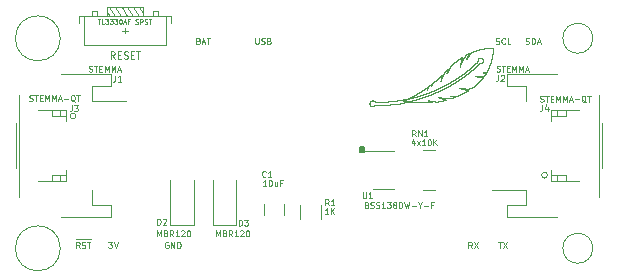
<source format=gto>
G04 #@! TF.GenerationSoftware,KiCad,Pcbnew,(5.0.0-rc2-dev-444-g2974a2c10)*
G04 #@! TF.CreationDate,2019-11-27T17:23:50-08:00*
G04 #@! TF.ProjectId,Stemma_Host_FeatherWing,5374656D6D615F486F73745F46656174,v01*
G04 #@! TF.SameCoordinates,Original*
G04 #@! TF.FileFunction,Legend,Top*
G04 #@! TF.FilePolarity,Positive*
%FSLAX46Y46*%
G04 Gerber Fmt 4.6, Leading zero omitted, Abs format (unit mm)*
G04 Created by KiCad (PCBNEW (5.0.0-rc2-dev-444-g2974a2c10)) date 11/27/19 17:23:50*
%MOMM*%
%LPD*%
G01*
G04 APERTURE LIST*
%ADD10C,0.100000*%
%ADD11C,0.150000*%
%ADD12C,0.120000*%
%ADD13C,0.050000*%
%ADD14C,0.080000*%
G04 APERTURE END LIST*
D10*
X144970789Y-88408715D02*
X144970789Y-88387715D01*
X145055489Y-88324715D02*
X145055489Y-88302715D01*
X144928489Y-88429715D02*
X144949689Y-88429715D01*
X145965789Y-87794715D02*
X145986989Y-87794715D01*
X145584789Y-87879715D02*
X145627089Y-87879715D01*
X145140189Y-88260715D02*
X145140189Y-88239715D01*
X145013189Y-88366715D02*
X145013189Y-88345715D01*
X145775289Y-87773715D02*
X145775289Y-87752715D01*
X145563589Y-87921715D02*
X145563589Y-87900715D01*
X145055489Y-88302715D02*
X145076689Y-88302715D01*
X145944689Y-87858715D02*
X145944689Y-87837715D01*
X144526289Y-88874715D02*
X144526289Y-88832715D01*
X145690589Y-88451715D02*
X145690589Y-88366715D01*
X145034389Y-88345715D02*
X145034389Y-88324715D01*
X145775289Y-88154715D02*
X145796489Y-88154715D01*
X145542389Y-87921715D02*
X145563589Y-87921715D01*
X145711789Y-87815715D02*
X145711789Y-87794715D01*
X145013189Y-88345715D02*
X145034389Y-88345715D01*
X144716789Y-88789715D02*
X144716789Y-88747715D01*
X145669389Y-88451715D02*
X145690589Y-88451715D01*
X145754089Y-88048715D02*
X145732989Y-88048715D01*
X145118989Y-88281715D02*
X145118989Y-88260715D01*
X145478889Y-87964715D02*
X145500089Y-87964715D01*
X144568589Y-88789715D02*
X144589789Y-88789715D01*
X145415389Y-88006715D02*
X145457689Y-88006715D01*
X145203689Y-88197715D02*
X145203689Y-88175715D01*
X144653289Y-88853715D02*
X144674489Y-88853715D01*
X145754089Y-88197715D02*
X145775289Y-88197715D01*
X145817589Y-88048715D02*
X145838789Y-88048715D01*
X145923489Y-87900715D02*
X145923489Y-87858715D01*
X146304489Y-87646715D02*
X146304489Y-87688715D01*
X146283389Y-87773715D02*
X146283389Y-87752715D01*
X146389189Y-87498715D02*
X146389189Y-87519715D01*
X146346889Y-87688715D02*
X146346889Y-87667715D01*
X144949689Y-88429715D02*
X144949689Y-88408715D01*
X145754089Y-87773715D02*
X145775289Y-87773715D01*
X145754089Y-87985715D02*
X145754089Y-88048715D01*
X145563589Y-87900715D02*
X145584789Y-87900715D01*
X144907289Y-88472715D02*
X144907289Y-88451715D01*
X145648289Y-88408715D02*
X145648289Y-88514715D01*
X146368089Y-87561715D02*
X146346889Y-87561715D01*
X145690589Y-88218715D02*
X145690589Y-88302715D01*
X144505089Y-88874715D02*
X144526289Y-88874715D01*
X145288389Y-88112715D02*
X145309589Y-88112715D01*
X145817589Y-87879715D02*
X145796489Y-87879715D01*
X145415389Y-88027715D02*
X145415389Y-88006715D01*
X145796489Y-87879715D02*
X145796489Y-87942715D01*
X145838789Y-87837715D02*
X145817589Y-87837715D01*
X146410389Y-87413715D02*
X146431589Y-87413715D01*
X145923489Y-87858715D02*
X145944689Y-87858715D01*
X145711789Y-88133715D02*
X145711789Y-88218715D01*
X146135189Y-87561715D02*
X146156389Y-87561715D01*
X145288389Y-88133715D02*
X145288389Y-88112715D01*
X145902289Y-87900715D02*
X145923489Y-87900715D01*
X146219889Y-87815715D02*
X146219889Y-87837715D01*
X144674489Y-88853715D02*
X144674489Y-88810715D01*
X145775289Y-88197715D02*
X145775289Y-88154715D01*
X145627089Y-87858715D02*
X145648289Y-87858715D01*
X145796489Y-88154715D02*
X145796489Y-88112715D01*
X145732989Y-88048715D02*
X145732989Y-88133715D01*
X145669389Y-88408715D02*
X145648289Y-88408715D01*
X145881089Y-87942715D02*
X145902289Y-87942715D01*
X144589789Y-89022715D02*
X144589789Y-88980715D01*
X145859989Y-88006715D02*
X145859989Y-87985715D01*
X145669389Y-88302715D02*
X145669389Y-88408715D01*
X145648289Y-88514715D02*
X145669389Y-88514715D01*
X145796489Y-88112715D02*
X145817589Y-88112715D01*
X145118989Y-88260715D02*
X145140189Y-88260715D01*
X145711789Y-88302715D02*
X145732989Y-88302715D01*
X144928489Y-88451715D02*
X144928489Y-88429715D01*
X145161389Y-88218715D02*
X145182489Y-88218715D01*
X145817589Y-87752715D02*
X145817589Y-87731715D01*
X145775289Y-87942715D02*
X145775289Y-87985715D01*
X145584789Y-87900715D02*
X145584789Y-87879715D01*
X145478889Y-87985715D02*
X145478889Y-87964715D01*
X145500089Y-87964715D02*
X145500089Y-87942715D01*
X145732989Y-88260715D02*
X145754089Y-88260715D01*
X145775289Y-87985715D02*
X145754089Y-87985715D01*
X144505089Y-88895715D02*
X144505089Y-88874715D01*
X146304489Y-87752715D02*
X146304489Y-87710715D01*
X145711789Y-88218715D02*
X145690589Y-88218715D01*
X145944689Y-87837715D02*
X145965789Y-87837715D01*
X146029289Y-87710715D02*
X146050489Y-87710715D01*
X145500089Y-87942715D02*
X145542389Y-87942715D01*
X145859989Y-87773715D02*
X145838789Y-87773715D01*
X145775289Y-87752715D02*
X145817589Y-87752715D01*
X146177489Y-87519715D02*
X146219889Y-87519715D01*
X146071689Y-87646715D02*
X146092789Y-87646715D01*
X145394189Y-88027715D02*
X145415389Y-88027715D01*
X145034389Y-88324715D02*
X145055489Y-88324715D01*
X146368089Y-87519715D02*
X146368089Y-87561715D01*
X146346889Y-87667715D02*
X146368089Y-87667715D01*
X145563589Y-89678715D02*
X145563589Y-89657715D01*
X146770289Y-88747715D02*
X146791489Y-88747715D01*
X146854989Y-88683715D02*
X146876089Y-88683715D01*
X145669389Y-89594715D02*
X145690589Y-89594715D01*
X147024289Y-88535715D02*
X147045489Y-88535715D01*
X144378089Y-90377715D02*
X144378089Y-90356715D01*
X145817589Y-89509715D02*
X145817589Y-89488715D01*
X144695589Y-90208715D02*
X144695589Y-90187715D01*
X142536289Y-91160715D02*
X142536289Y-91139715D01*
X145415389Y-89784715D02*
X145415389Y-89763715D01*
X146304489Y-89128715D02*
X146346889Y-89128715D01*
X146113989Y-89297715D02*
X146113989Y-89276715D01*
X146727889Y-88810715D02*
X146727889Y-88789715D01*
X145161389Y-89932715D02*
X145161389Y-89911715D01*
X144843789Y-90123715D02*
X144843789Y-90102715D01*
X145351889Y-89827715D02*
X145351889Y-89805715D01*
X145478889Y-89742715D02*
X145478889Y-89721715D01*
X146918489Y-88641715D02*
X146918489Y-88620715D01*
X146791489Y-88726715D02*
X146833789Y-88726715D01*
X146029289Y-89340715D02*
X146050489Y-89340715D01*
X144589789Y-90250715D02*
X144610989Y-90250715D01*
X146219889Y-89213715D02*
X146219889Y-89192715D01*
X145478889Y-89721715D02*
X145500089Y-89721715D01*
X145690589Y-89594715D02*
X145690589Y-89573715D01*
X147087789Y-88493715D02*
X147087789Y-88472715D01*
X145542389Y-89700715D02*
X145542389Y-89678715D01*
X145373089Y-89784715D02*
X145415389Y-89784715D01*
X145542389Y-89678715D02*
X145563589Y-89678715D01*
X146495089Y-88980715D02*
X146516189Y-88980715D01*
X146706789Y-88810715D02*
X146727889Y-88810715D01*
X144166389Y-90483715D02*
X144166389Y-90462715D01*
X142896189Y-91012715D02*
X142959689Y-91012715D01*
X146579689Y-88916715D02*
X146600889Y-88916715D01*
X145796489Y-89509715D02*
X145817589Y-89509715D01*
X147320689Y-88260715D02*
X147320689Y-88239715D01*
X146219889Y-89192715D02*
X146262189Y-89192715D01*
X146177489Y-89255715D02*
X146177489Y-89234715D01*
X145796489Y-89530715D02*
X145796489Y-89509715D01*
X145605889Y-89636715D02*
X145627089Y-89636715D01*
X146135189Y-89276715D02*
X146135189Y-89255715D01*
X147299489Y-88260715D02*
X147320689Y-88260715D01*
X146283389Y-89170715D02*
X146283389Y-89149715D01*
X147108989Y-88472715D02*
X147108989Y-88451715D01*
X147468889Y-88239715D02*
X147468889Y-88218715D01*
X146876089Y-88662715D02*
X146897289Y-88662715D01*
X143065489Y-90949715D02*
X143107889Y-90949715D01*
X147765289Y-89255715D02*
X147744089Y-89255715D01*
X145055489Y-89996715D02*
X145055489Y-89975715D01*
X147426589Y-89340715D02*
X147426589Y-89361715D01*
X146854989Y-88705715D02*
X146854989Y-88683715D01*
X147849989Y-89107715D02*
X147828789Y-89107715D01*
X144081689Y-90525715D02*
X144081689Y-90504715D01*
X146706789Y-88832715D02*
X146706789Y-88810715D01*
X147278389Y-88281715D02*
X147299489Y-88281715D01*
X145436589Y-89763715D02*
X145436589Y-89742715D01*
X147045489Y-88535715D02*
X147045489Y-88514715D01*
X144695589Y-90187715D02*
X144737989Y-90187715D01*
X144547389Y-90271715D02*
X144589789Y-90271715D01*
X143107889Y-90949715D02*
X143107889Y-90927715D01*
X144039389Y-90525715D02*
X144081689Y-90525715D01*
X144801489Y-90144715D02*
X144801489Y-90123715D01*
X145055489Y-89975715D02*
X145097889Y-89975715D01*
X143001989Y-90970715D02*
X143065489Y-90970715D01*
X146050489Y-89340715D02*
X146050489Y-89319715D01*
X145203689Y-89911715D02*
X145203689Y-89890715D01*
X145097889Y-89975715D02*
X145097889Y-89954715D01*
X143954689Y-90589715D02*
X143954689Y-90568715D01*
X143213689Y-90885715D02*
X143277189Y-90885715D01*
X145902289Y-89424715D02*
X145944689Y-89424715D01*
X143573589Y-90737715D02*
X143637089Y-90737715D01*
X142769189Y-91076715D02*
X142769189Y-91054715D01*
X146092789Y-89297715D02*
X146113989Y-89297715D01*
X144420389Y-90335715D02*
X144462789Y-90335715D01*
X145034389Y-89996715D02*
X145055489Y-89996715D01*
X145859989Y-89467715D02*
X145881089Y-89467715D01*
X145097889Y-89954715D02*
X145140189Y-89954715D01*
X145161389Y-89911715D02*
X145203689Y-89911715D01*
X145881089Y-89446715D02*
X145902289Y-89446715D01*
X142769189Y-91054715D02*
X142832689Y-91054715D01*
X143912289Y-90610715D02*
X143912289Y-90589715D01*
X143954689Y-90568715D02*
X143996989Y-90568715D01*
X144505089Y-90313715D02*
X144505089Y-90292715D01*
X144462789Y-90313715D02*
X144505089Y-90313715D01*
X144505089Y-90292715D02*
X144547389Y-90292715D01*
X144801489Y-90123715D02*
X144843789Y-90123715D01*
X144928489Y-90059715D02*
X144949689Y-90059715D01*
X143996989Y-90568715D02*
X143996989Y-90546715D01*
X143573589Y-90758715D02*
X143573589Y-90737715D01*
X144208689Y-90462715D02*
X144208689Y-90441715D01*
X143213689Y-90906715D02*
X143213689Y-90885715D01*
X144462789Y-90335715D02*
X144462789Y-90313715D01*
X144123989Y-90483715D02*
X144166389Y-90483715D01*
X144886189Y-90081715D02*
X144928489Y-90081715D01*
X144780289Y-90165715D02*
X144780289Y-90144715D01*
X144610989Y-90250715D02*
X144610989Y-90229715D01*
X145140189Y-89954715D02*
X145140189Y-89932715D01*
X145754089Y-89551715D02*
X145754089Y-89530715D01*
X144843789Y-90102715D02*
X144886189Y-90102715D01*
X144081689Y-90504715D02*
X144123989Y-90504715D01*
X146113989Y-89276715D02*
X146135189Y-89276715D01*
X142261089Y-91224715D02*
X142345789Y-91224715D01*
X145627089Y-89615715D02*
X145669389Y-89615715D01*
X142726789Y-91097715D02*
X142726789Y-91076715D01*
X145881089Y-89467715D02*
X145881089Y-89446715D01*
X145140189Y-89932715D02*
X145161389Y-89932715D01*
X144737989Y-90165715D02*
X144780289Y-90165715D01*
X144610989Y-90229715D02*
X144653289Y-90229715D01*
X142599789Y-91118715D02*
X142663289Y-91118715D01*
X144208689Y-90441715D02*
X144251089Y-90441715D01*
X145267189Y-89848715D02*
X145309589Y-89848715D01*
X144166389Y-90462715D02*
X144208689Y-90462715D01*
X144378089Y-90356715D02*
X144420389Y-90356715D01*
X144039389Y-90546715D02*
X144039389Y-90525715D01*
X144420389Y-90356715D02*
X144420389Y-90335715D01*
X144251089Y-90419715D02*
X144293389Y-90419715D01*
X144547389Y-90292715D02*
X144547389Y-90271715D01*
X144335689Y-90377715D02*
X144378089Y-90377715D01*
X145034389Y-90017715D02*
X145034389Y-89996715D01*
X142261089Y-91245715D02*
X142261089Y-91224715D01*
X145309589Y-89827715D02*
X145351889Y-89827715D01*
X146008189Y-89382715D02*
X146008189Y-89361715D01*
X142197589Y-91245715D02*
X142261089Y-91245715D01*
X143425389Y-90822715D02*
X143425389Y-90800715D01*
X144251089Y-90441715D02*
X144251089Y-90419715D01*
X142409289Y-91203715D02*
X142409289Y-91182715D01*
X141668289Y-91393715D02*
X141752989Y-91393715D01*
X143488889Y-90779715D02*
X143531289Y-90779715D01*
X143912289Y-90589715D02*
X143954689Y-90589715D01*
X144293389Y-90398715D02*
X144335689Y-90398715D01*
X144653289Y-90208715D02*
X144695589Y-90208715D01*
X144949689Y-90059715D02*
X144949689Y-90038715D01*
X144589789Y-90271715D02*
X144589789Y-90250715D01*
X144653289Y-90229715D02*
X144653289Y-90208715D01*
X141985889Y-91309715D02*
X142049389Y-91309715D01*
X144737989Y-90187715D02*
X144737989Y-90165715D01*
X142896189Y-91033715D02*
X142896189Y-91012715D01*
X142345789Y-91224715D02*
X142345789Y-91203715D01*
X140927389Y-91436715D02*
X140863889Y-91436715D01*
X142006989Y-91076715D02*
X142006989Y-91097715D01*
X142663289Y-91097715D02*
X142726789Y-91097715D01*
X144928489Y-90081715D02*
X144928489Y-90059715D01*
X144991989Y-90038715D02*
X144991989Y-90017715D01*
X143531289Y-90758715D02*
X143573589Y-90758715D01*
X143721789Y-90673715D02*
X143764189Y-90673715D01*
X141414289Y-91457715D02*
X141498989Y-91457715D01*
X141117889Y-91330715D02*
X141117889Y-91351715D01*
X144123989Y-90504715D02*
X144123989Y-90483715D01*
X143277189Y-90864715D02*
X143319589Y-90864715D01*
X143764189Y-90652715D02*
X143806489Y-90652715D01*
X143319589Y-90843715D02*
X143383089Y-90843715D01*
X143573589Y-90504715D02*
X143573589Y-90525715D01*
X142409289Y-91182715D02*
X142472789Y-91182715D01*
X143869989Y-90610715D02*
X143912289Y-90610715D01*
X143637089Y-90737715D02*
X143637089Y-90716715D01*
X143806489Y-90419715D02*
X143764189Y-90419715D01*
X144780289Y-90144715D02*
X144801489Y-90144715D01*
X142959689Y-91012715D02*
X142959689Y-90991715D01*
X141901189Y-91330715D02*
X141985889Y-91330715D01*
X143531289Y-90779715D02*
X143531289Y-90758715D01*
X142959689Y-90991715D02*
X143001989Y-90991715D01*
X143806489Y-90652715D02*
X143806489Y-90631715D01*
X143679489Y-90716715D02*
X143679489Y-90695715D01*
X142472789Y-91160715D02*
X142536289Y-91160715D01*
X144886189Y-90102715D02*
X144886189Y-90081715D01*
X143277189Y-90885715D02*
X143277189Y-90864715D01*
X143383089Y-90843715D02*
X143383089Y-90822715D01*
X143615989Y-90483715D02*
X143615989Y-90504715D01*
X142345789Y-91203715D02*
X142409289Y-91203715D01*
X144293389Y-90419715D02*
X144293389Y-90398715D01*
X141456589Y-91245715D02*
X141350789Y-91245715D01*
X144335689Y-90398715D02*
X144335689Y-90377715D01*
X142726789Y-91076715D02*
X142769189Y-91076715D01*
X143996989Y-90546715D02*
X144039389Y-90546715D01*
X142472789Y-91182715D02*
X142472789Y-91160715D01*
X141498989Y-91436715D02*
X141583589Y-91436715D01*
X140863889Y-91457715D02*
X140800289Y-91457715D01*
X142663289Y-91118715D02*
X142663289Y-91097715D01*
X143764189Y-90673715D02*
X143764189Y-90652715D01*
X142536289Y-91139715D02*
X142599789Y-91139715D01*
X144949689Y-90038715D02*
X144991989Y-90038715D01*
X142599789Y-91139715D02*
X142599789Y-91118715D01*
X141075589Y-91372715D02*
X141033189Y-91372715D01*
X142832689Y-91033715D02*
X142896189Y-91033715D01*
X143171389Y-90927715D02*
X143171389Y-90906715D01*
X144991989Y-90017715D02*
X145034389Y-90017715D01*
X143658289Y-90483715D02*
X143615989Y-90483715D01*
X145097889Y-89700715D02*
X145097889Y-89721715D01*
X142155189Y-91054715D02*
X142070489Y-91054715D01*
X141033189Y-91563715D02*
X141033189Y-91584715D01*
X142938489Y-91584715D02*
X142938489Y-91393715D01*
X142938489Y-91414715D02*
X142938489Y-91584715D01*
X143128989Y-91436715D02*
X143023189Y-91436715D01*
X143277189Y-90652715D02*
X143213689Y-90652715D01*
X143171389Y-90695715D02*
X143107889Y-90695715D01*
X142938489Y-91584715D02*
X142006989Y-91584715D01*
X140927389Y-91414715D02*
X140927389Y-91436715D01*
X142663289Y-90885715D02*
X142599789Y-90885715D01*
X140821489Y-91605715D02*
X140821489Y-91626715D01*
X141033189Y-91393715D02*
X140969689Y-91393715D01*
X143848789Y-90398715D02*
X143806489Y-90398715D01*
X145711789Y-89319715D02*
X145690589Y-89319715D01*
X143467789Y-90568715D02*
X143425389Y-90568715D01*
X143425389Y-90568715D02*
X143425389Y-90589715D01*
X143764189Y-90419715D02*
X143764189Y-90441715D01*
X143107889Y-90695715D02*
X143107889Y-90716715D01*
X142472789Y-90927715D02*
X142472789Y-90949715D01*
X142896189Y-90779715D02*
X142896189Y-90800715D01*
X142218689Y-91033715D02*
X142155189Y-91033715D01*
X143023189Y-91436715D02*
X143023189Y-91457715D01*
X142049389Y-91309715D02*
X142049389Y-91287715D01*
X141774189Y-91160715D02*
X141689489Y-91160715D01*
X141901189Y-91351715D02*
X141901189Y-91330715D01*
X141033189Y-91584715D02*
X140927389Y-91584715D01*
X143615989Y-90504715D02*
X143573589Y-90504715D01*
X143213689Y-90673715D02*
X143171389Y-90673715D01*
X141858789Y-91139715D02*
X141774189Y-91139715D01*
X142006989Y-91097715D02*
X141922389Y-91097715D01*
X143213689Y-90652715D02*
X143213689Y-90673715D01*
X141752989Y-91393715D02*
X141752989Y-91372715D01*
X141329589Y-91499715D02*
X141329589Y-91478715D01*
X140969689Y-91414715D02*
X140927389Y-91414715D01*
X141858789Y-91118715D02*
X141858789Y-91139715D01*
X141583589Y-91414715D02*
X141668289Y-91414715D01*
X142896189Y-90800715D02*
X142832689Y-90800715D01*
X142959689Y-91414715D02*
X142959689Y-91436715D01*
X141117889Y-91351715D02*
X141075589Y-91351715D01*
X140990889Y-91478715D02*
X140990889Y-91499715D01*
X141266089Y-91287715D02*
X141223689Y-91287715D01*
X143467789Y-90546715D02*
X143467789Y-90568715D01*
X142790289Y-90843715D02*
X142726789Y-90843715D01*
X141456589Y-91224715D02*
X141456589Y-91245715D01*
X142070489Y-91054715D02*
X142070489Y-91076715D01*
X141625989Y-91203715D02*
X141541289Y-91203715D01*
X142155189Y-91033715D02*
X142155189Y-91054715D01*
X142536289Y-90906715D02*
X142536289Y-90927715D01*
X142409289Y-90970715D02*
X142345789Y-90970715D01*
X140821489Y-91626715D02*
X140736789Y-91626715D01*
X141223689Y-91309715D02*
X141181389Y-91309715D01*
X142345789Y-90991715D02*
X142282189Y-90991715D01*
X142959689Y-91436715D02*
X143023189Y-91436715D01*
X141583589Y-91541715D02*
X141139089Y-91541715D01*
X143277189Y-90631715D02*
X143277189Y-90652715D01*
X143234889Y-91478715D02*
X143234889Y-91457715D01*
X145373089Y-89551715D02*
X145330689Y-89551715D01*
X143531289Y-90525715D02*
X143531289Y-90546715D01*
X142345789Y-90970715D02*
X142345789Y-90991715D01*
X145754089Y-89276715D02*
X145754089Y-89297715D01*
X142917289Y-91414715D02*
X142938489Y-91414715D01*
X145309589Y-89573715D02*
X145309589Y-89594715D01*
X145182489Y-89657715D02*
X145182489Y-89678715D01*
X145500089Y-89467715D02*
X145478889Y-89467715D01*
X143213689Y-91520715D02*
X143277189Y-91520715D01*
X142006989Y-91563715D02*
X141583589Y-91563715D01*
X142599789Y-90906715D02*
X142536289Y-90906715D01*
X145648289Y-89340715D02*
X145648289Y-89361715D01*
X143277189Y-91520715D02*
X143277189Y-91541715D01*
X142409289Y-90949715D02*
X142409289Y-90970715D01*
X143531289Y-90546715D02*
X143467789Y-90546715D01*
X145923489Y-89170715D02*
X145902289Y-89170715D01*
X142726789Y-90843715D02*
X142726789Y-90864715D01*
X143425389Y-90589715D02*
X143383089Y-90589715D01*
X145140189Y-89700715D02*
X145097889Y-89700715D01*
X145309589Y-89594715D02*
X145267189Y-89594715D01*
X143319589Y-90631715D02*
X143277189Y-90631715D01*
X143150189Y-91499715D02*
X143213689Y-91499715D01*
X143552389Y-91520715D02*
X143552389Y-91499715D01*
X143065489Y-90737715D02*
X143001989Y-90737715D01*
X145182489Y-89678715D02*
X145140189Y-89678715D01*
X145648289Y-89361715D02*
X145627089Y-89361715D01*
X145140189Y-89678715D02*
X145140189Y-89700715D01*
X143128989Y-91457715D02*
X143128989Y-91436715D01*
X145245989Y-89636715D02*
X145203689Y-89636715D01*
X142218689Y-91012715D02*
X142218689Y-91033715D01*
X143552389Y-91499715D02*
X143383089Y-91499715D01*
X145711789Y-89297715D02*
X145711789Y-89319715D01*
X143086689Y-91478715D02*
X143150189Y-91478715D01*
X142938489Y-91393715D02*
X142917289Y-91393715D01*
X145373089Y-89530715D02*
X145373089Y-89551715D01*
X143150189Y-91478715D02*
X143150189Y-91499715D01*
X143721789Y-90462715D02*
X143658289Y-90462715D01*
X146198689Y-87858715D02*
X146198689Y-87879715D01*
X146304489Y-88874715D02*
X146283389Y-88874715D01*
X142282189Y-91012715D02*
X142218689Y-91012715D01*
X143573589Y-90525715D02*
X143531289Y-90525715D01*
X140927389Y-91605715D02*
X140821489Y-91605715D01*
X145415389Y-89509715D02*
X145415389Y-89530715D01*
X145478889Y-89467715D02*
X145478889Y-89488715D01*
X143298389Y-91541715D02*
X143298389Y-91563715D01*
X142282189Y-90991715D02*
X142282189Y-91012715D01*
X142832689Y-90822715D02*
X142790289Y-90822715D01*
X142663289Y-90864715D02*
X142663289Y-90885715D01*
X143213689Y-91499715D02*
X143213689Y-91520715D01*
X143383089Y-91478715D02*
X143234889Y-91478715D01*
X143001989Y-90737715D02*
X143001989Y-90758715D01*
X145775289Y-89276715D02*
X145754089Y-89276715D01*
X141583589Y-91563715D02*
X141583589Y-91541715D01*
X141139089Y-91541715D02*
X141139089Y-91563715D01*
X143383089Y-90610715D02*
X143319589Y-90610715D01*
X142959689Y-90758715D02*
X142959689Y-90779715D01*
X143764189Y-90441715D02*
X143721789Y-90441715D01*
X143234889Y-91457715D02*
X143128989Y-91457715D01*
X143023189Y-91457715D02*
X143086689Y-91457715D01*
X143721789Y-90441715D02*
X143721789Y-90462715D01*
X143001989Y-90758715D02*
X142959689Y-90758715D01*
X143277189Y-91541715D02*
X143298389Y-91541715D01*
X143086689Y-91584715D02*
X142938489Y-91584715D01*
X141752989Y-91372715D02*
X141837689Y-91372715D01*
X140990889Y-91499715D02*
X141329589Y-91499715D01*
X142134089Y-91287715D02*
X142134089Y-91266715D01*
X141414289Y-91478715D02*
X141414289Y-91457715D01*
X143383089Y-90589715D02*
X143383089Y-90610715D01*
X143171389Y-90673715D02*
X143171389Y-90695715D01*
X141266089Y-91266715D02*
X141266089Y-91287715D01*
X142832689Y-91054715D02*
X142832689Y-91033715D01*
X141075589Y-91351715D02*
X141075589Y-91372715D01*
X141668289Y-91414715D02*
X141668289Y-91393715D01*
X142049389Y-91287715D02*
X142134089Y-91287715D01*
X143425389Y-90800715D02*
X143488889Y-90800715D01*
X143637089Y-90716715D02*
X143679489Y-90716715D01*
X143721789Y-90695715D02*
X143721789Y-90673715D01*
X141625989Y-91182715D02*
X141625989Y-91203715D01*
X143488889Y-90800715D02*
X143488889Y-90779715D01*
X141223689Y-91287715D02*
X141223689Y-91309715D01*
X142790289Y-90822715D02*
X142790289Y-90843715D01*
X142472789Y-90949715D02*
X142409289Y-90949715D01*
X142536289Y-90927715D02*
X142472789Y-90927715D01*
X140863889Y-91436715D02*
X140863889Y-91457715D01*
X143869989Y-90631715D02*
X143869989Y-90610715D01*
X143107889Y-90927715D02*
X143171389Y-90927715D01*
X141922389Y-91118715D02*
X141858789Y-91118715D01*
X143065489Y-90716715D02*
X143065489Y-90737715D01*
X140969689Y-91393715D02*
X140969689Y-91414715D01*
X142599789Y-90885715D02*
X142599789Y-90906715D01*
X141033189Y-91372715D02*
X141033189Y-91393715D01*
X143658289Y-90462715D02*
X143658289Y-90483715D01*
X141774189Y-91139715D02*
X141774189Y-91160715D01*
X142832689Y-90800715D02*
X142832689Y-90822715D01*
X142197589Y-91266715D02*
X142197589Y-91245715D01*
X143107889Y-90716715D02*
X143065489Y-90716715D01*
X141837689Y-91372715D02*
X141837689Y-91351715D01*
X141541289Y-91224715D02*
X141456589Y-91224715D01*
X140800289Y-91457715D02*
X140800289Y-91478715D01*
X141541289Y-91203715D02*
X141541289Y-91224715D01*
X141837689Y-91351715D02*
X141901189Y-91351715D01*
X141689489Y-91182715D02*
X141625989Y-91182715D01*
X141498989Y-91457715D02*
X141498989Y-91436715D01*
X143001989Y-90991715D02*
X143001989Y-90970715D01*
X141689489Y-91160715D02*
X141689489Y-91182715D01*
X143319589Y-90864715D02*
X143319589Y-90843715D01*
X143319589Y-90610715D02*
X143319589Y-90631715D01*
X141181389Y-91330715D02*
X141117889Y-91330715D01*
X142726789Y-90864715D02*
X142663289Y-90864715D01*
X143806489Y-90398715D02*
X143806489Y-90419715D01*
X141922389Y-91097715D02*
X141922389Y-91118715D01*
X141583589Y-91436715D02*
X141583589Y-91414715D01*
X143065489Y-90970715D02*
X143065489Y-90949715D01*
X143171389Y-90906715D02*
X143213689Y-90906715D01*
X143806489Y-90631715D02*
X143869989Y-90631715D01*
X141350789Y-91266715D02*
X141266089Y-91266715D01*
X142070489Y-91076715D02*
X142006989Y-91076715D01*
X142134089Y-91266715D02*
X142197589Y-91266715D01*
X141350789Y-91245715D02*
X141350789Y-91266715D01*
X140800289Y-91478715D02*
X140990889Y-91478715D01*
X141181389Y-91309715D02*
X141181389Y-91330715D01*
X142959689Y-90779715D02*
X142896189Y-90779715D01*
X143679489Y-90695715D02*
X143721789Y-90695715D01*
X141985889Y-91330715D02*
X141985889Y-91309715D01*
X141329589Y-91478715D02*
X141414289Y-91478715D01*
X143383089Y-91499715D02*
X143383089Y-91478715D01*
X143383089Y-90822715D02*
X143425389Y-90822715D01*
X144145189Y-91436715D02*
X144145189Y-91457715D01*
X145775289Y-90864715D02*
X145775289Y-90885715D01*
X144123989Y-91266715D02*
X144187589Y-91266715D01*
X144145189Y-91182715D02*
X144039389Y-91182715D01*
X143785289Y-91118715D02*
X143806489Y-91118715D01*
X144145189Y-91457715D02*
X144039389Y-91457715D01*
X144018189Y-91203715D02*
X144018189Y-91224715D01*
X144314589Y-91203715D02*
X144145189Y-91203715D01*
X146198689Y-90652715D02*
X146177489Y-90652715D01*
X144272189Y-91287715D02*
X144272189Y-91309715D01*
X143869989Y-91139715D02*
X143869989Y-91160715D01*
X143912289Y-91182715D02*
X143954689Y-91182715D01*
X143912289Y-91160715D02*
X143912289Y-91182715D01*
X144060489Y-91245715D02*
X144123989Y-91245715D01*
X146876089Y-87244715D02*
X146876089Y-87223715D01*
X146346889Y-87561715D02*
X146346889Y-87604715D01*
X146431589Y-87583715D02*
X146431589Y-87540715D01*
X146283389Y-87731715D02*
X146262189Y-87731715D01*
X147384189Y-87096715D02*
X147384189Y-87075715D01*
X147130189Y-87138715D02*
X147214889Y-87138715D01*
X146240989Y-87837715D02*
X146240989Y-87815715D01*
X146622089Y-87350715D02*
X146622089Y-87329715D01*
X148463889Y-87117715D02*
X148442689Y-87117715D01*
X146219889Y-87837715D02*
X146240989Y-87837715D01*
X147384189Y-87075715D02*
X147490089Y-87075715D01*
X146410389Y-87583715D02*
X146431589Y-87583715D01*
X147214889Y-87117715D02*
X147299489Y-87117715D01*
X146706789Y-87307715D02*
X146706789Y-87286715D01*
X147595889Y-87900715D02*
X147574689Y-87900715D01*
X146029289Y-87731715D02*
X146029289Y-87710715D01*
X146473889Y-87519715D02*
X146473889Y-87498715D01*
X146240989Y-87815715D02*
X146262189Y-87815715D01*
X147595889Y-87053715D02*
X147595889Y-87032715D01*
X146939589Y-87223715D02*
X146939589Y-87202715D01*
X147003189Y-87180715D02*
X147066689Y-87180715D01*
X145817589Y-87837715D02*
X145817589Y-87879715D01*
X147214889Y-87138715D02*
X147214889Y-87117715D01*
X147066689Y-87180715D02*
X147066689Y-87159715D01*
X147490089Y-87053715D02*
X147595889Y-87053715D01*
X146579689Y-87392715D02*
X146579689Y-87371715D01*
X146410389Y-87498715D02*
X146389189Y-87498715D01*
X146346889Y-87434715D02*
X146410389Y-87434715D01*
X146812589Y-87265715D02*
X146812589Y-87244715D01*
X146135189Y-87583715D02*
X146135189Y-87561715D01*
X146431589Y-87413715D02*
X146431589Y-87455715D01*
X146240989Y-87773715D02*
X146240989Y-87815715D01*
X146092789Y-87625715D02*
X146113989Y-87625715D01*
X146325689Y-87604715D02*
X146325689Y-87646715D01*
X146516189Y-87455715D02*
X146537389Y-87455715D01*
X146262189Y-87477715D02*
X146304489Y-87477715D01*
X146050489Y-87667715D02*
X146071689Y-87667715D01*
X146304489Y-87688715D02*
X146283389Y-87688715D01*
X146537389Y-87413715D02*
X146558589Y-87413715D01*
X146812589Y-87244715D02*
X146876089Y-87244715D01*
X146177489Y-87540715D02*
X146177489Y-87519715D01*
X147066689Y-87159715D02*
X147130189Y-87159715D01*
X146389189Y-87604715D02*
X146410389Y-87604715D01*
X146452689Y-87540715D02*
X146452689Y-87519715D01*
X146113989Y-87625715D02*
X146113989Y-87583715D01*
X147511189Y-87815715D02*
X147468889Y-87815715D01*
X148336889Y-87921715D02*
X148315689Y-87921715D01*
X146325689Y-87710715D02*
X146325689Y-87688715D01*
X146431589Y-87455715D02*
X146410389Y-87455715D01*
X145711789Y-87794715D02*
X145754089Y-87794715D01*
X147532389Y-87837715D02*
X147511189Y-87837715D01*
X147955789Y-88916715D02*
X147934589Y-88916715D01*
X146431589Y-87540715D02*
X146452689Y-87540715D01*
X146600889Y-87350715D02*
X146622089Y-87350715D01*
X147299489Y-87117715D02*
X147299489Y-87096715D01*
X147892289Y-86990715D02*
X148146289Y-86990715D01*
X146304489Y-87710715D02*
X146325689Y-87710715D01*
X146389189Y-87519715D02*
X146368089Y-87519715D01*
X146156389Y-87561715D02*
X146156389Y-87540715D01*
X145881089Y-87985715D02*
X145881089Y-87942715D01*
X146008189Y-87731715D02*
X146029289Y-87731715D01*
X147595889Y-87032715D02*
X147722889Y-87032715D01*
X145754089Y-88260715D02*
X145754089Y-88197715D01*
X146346889Y-87604715D02*
X146325689Y-87604715D01*
X145669389Y-88514715D02*
X145669389Y-88451715D01*
X147490089Y-87075715D02*
X147490089Y-87053715D01*
X145754089Y-87794715D02*
X145754089Y-87773715D01*
X145986989Y-87752715D02*
X146008189Y-87752715D01*
X146304489Y-87477715D02*
X146304489Y-87455715D01*
X146240989Y-87815715D02*
X146219889Y-87815715D01*
X146579689Y-87371715D02*
X146600889Y-87371715D01*
X145965789Y-87837715D02*
X145965789Y-87794715D01*
X147299489Y-87096715D02*
X147384189Y-87096715D01*
X146706789Y-87286715D02*
X146749089Y-87286715D01*
X145817589Y-88112715D02*
X145817589Y-88048715D01*
X148442689Y-87350715D02*
X148421489Y-87350715D01*
X145711789Y-88366715D02*
X145711789Y-88302715D01*
X146325689Y-87688715D02*
X146346889Y-87688715D01*
X146008189Y-87752715D02*
X146008189Y-87731715D01*
X146262189Y-87773715D02*
X146240989Y-87773715D01*
X146156389Y-87540715D02*
X146177489Y-87540715D01*
X146410389Y-87455715D02*
X146410389Y-87498715D01*
X145732989Y-88302715D02*
X145732989Y-88260715D01*
X145732989Y-88133715D02*
X145711789Y-88133715D01*
X146262189Y-87773715D02*
X146283389Y-87773715D01*
X146262189Y-87498715D02*
X146262189Y-87477715D01*
X146113989Y-87583715D02*
X146135189Y-87583715D01*
X146622089Y-87329715D02*
X146643289Y-87329715D01*
X146410389Y-87434715D02*
X146410389Y-87413715D01*
X146537389Y-87455715D02*
X146537389Y-87413715D01*
X147722889Y-87011715D02*
X147892289Y-87011715D01*
X145859989Y-87731715D02*
X145859989Y-87773715D01*
X146939589Y-87202715D02*
X147003189Y-87202715D01*
X146643289Y-87329715D02*
X146643289Y-87307715D01*
X145838789Y-88006715D02*
X145859989Y-88006715D01*
X146368089Y-87667715D02*
X146368089Y-87625715D01*
X146050489Y-87710715D02*
X146050489Y-87667715D01*
X145838789Y-88048715D02*
X145838789Y-88006715D01*
X148442689Y-87117715D02*
X148442689Y-87350715D01*
X146516189Y-87477715D02*
X146516189Y-87455715D01*
X146219889Y-87519715D02*
X146219889Y-87498715D01*
X145817589Y-87731715D02*
X145859989Y-87731715D01*
X146283389Y-87688715D02*
X146283389Y-87731715D01*
X146325689Y-87646715D02*
X146304489Y-87646715D01*
X145986989Y-87794715D02*
X145986989Y-87752715D01*
X146410389Y-87604715D02*
X146410389Y-87583715D01*
X146283389Y-87752715D02*
X146304489Y-87752715D01*
X146092789Y-87646715D02*
X146092789Y-87625715D01*
X146219889Y-87498715D02*
X146262189Y-87498715D01*
X146304489Y-87455715D02*
X146346889Y-87455715D01*
X145796489Y-87942715D02*
X145775289Y-87942715D01*
X145859989Y-87985715D02*
X145881089Y-87985715D01*
X145690589Y-88366715D02*
X145711789Y-88366715D01*
X145902289Y-87942715D02*
X145902289Y-87900715D01*
X146071689Y-87667715D02*
X146071689Y-87646715D01*
X145267189Y-88133715D02*
X145288389Y-88133715D01*
X146346889Y-87455715D02*
X146346889Y-87434715D01*
X145838789Y-87773715D02*
X145838789Y-87837715D01*
X145690589Y-88302715D02*
X145669389Y-88302715D01*
X146389189Y-87625715D02*
X146389189Y-87604715D01*
X148146289Y-86990715D02*
X148146289Y-86969715D01*
X146960789Y-88281715D02*
X146960789Y-88302715D01*
X148188689Y-88345715D02*
X148188689Y-88408715D01*
X147998089Y-88789715D02*
X147998089Y-88832715D01*
X146558589Y-87392715D02*
X146579689Y-87392715D01*
X148273389Y-88070715D02*
X148273389Y-88154715D01*
X146262189Y-87731715D02*
X146262189Y-87773715D01*
X148379189Y-87625715D02*
X148379189Y-87731715D01*
X147553589Y-87858715D02*
X147532389Y-87858715D01*
X146791489Y-88451715D02*
X146791489Y-88472715D01*
X146981989Y-88281715D02*
X146960789Y-88281715D01*
X148230989Y-88218715D02*
X148230989Y-88281715D01*
X146558589Y-87413715D02*
X146558589Y-87392715D01*
X147913489Y-88980715D02*
X147892289Y-88980715D01*
X148146289Y-88514715D02*
X148125189Y-88514715D01*
X146368089Y-87625715D02*
X146389189Y-87625715D01*
X146643289Y-87307715D02*
X146706789Y-87307715D01*
X147595889Y-87964715D02*
X147595889Y-87900715D01*
X146685589Y-88535715D02*
X146685589Y-88556715D01*
X148315689Y-88006715D02*
X148294489Y-88006715D01*
X148421489Y-87498715D02*
X148400389Y-87498715D01*
X148061689Y-88705715D02*
X148040489Y-88705715D01*
X146495089Y-87498715D02*
X146495089Y-87477715D01*
X148209889Y-88345715D02*
X148188689Y-88345715D01*
X148167489Y-88408715D02*
X148167489Y-88451715D01*
X148082789Y-88620715D02*
X148082789Y-88662715D01*
X147574689Y-87879715D02*
X147553589Y-87879715D01*
X146897289Y-88366715D02*
X146876089Y-88366715D01*
X148400389Y-87625715D02*
X148379189Y-87625715D01*
X146749089Y-88493715D02*
X146749089Y-88514715D01*
X147722889Y-89043715D02*
X147617089Y-89043715D01*
X147976989Y-88874715D02*
X147955789Y-88874715D01*
X146918489Y-88324715D02*
X146918489Y-88345715D01*
X147511189Y-87837715D02*
X147511189Y-87815715D01*
X147998089Y-88832715D02*
X147976989Y-88832715D01*
X146854989Y-88408715D02*
X146833789Y-88408715D01*
X147892289Y-89001715D02*
X147807589Y-89001715D01*
X147172489Y-88091715D02*
X147151289Y-88091715D01*
X146473889Y-87498715D02*
X146495089Y-87498715D01*
X147574689Y-87900715D02*
X147574689Y-87879715D01*
X146495089Y-87477715D02*
X146516189Y-87477715D01*
X148146289Y-88451715D02*
X148146289Y-88514715D01*
X147617089Y-87964715D02*
X147595889Y-87964715D01*
X148357989Y-87731715D02*
X148357989Y-87837715D01*
X146706789Y-88535715D02*
X146685589Y-88535715D01*
X146876089Y-87223715D02*
X146939589Y-87223715D01*
X148103989Y-88556715D02*
X148103989Y-88620715D01*
X146749089Y-87286715D02*
X146749089Y-87265715D01*
X147892289Y-87011715D02*
X147892289Y-86990715D01*
X147913489Y-88959715D02*
X147913489Y-88980715D01*
X148040489Y-88747715D02*
X148019289Y-88747715D01*
X146685589Y-88556715D02*
X146664389Y-88556715D01*
X147320689Y-87794715D02*
X147320689Y-87815715D01*
X147807589Y-89001715D02*
X147807589Y-89022715D01*
X148273389Y-88154715D02*
X148252189Y-88154715D01*
X148336889Y-87837715D02*
X148336889Y-87921715D01*
X147934589Y-88916715D02*
X147934589Y-88959715D01*
X148146289Y-86969715D02*
X148463889Y-86969715D01*
X147976989Y-88832715D02*
X147976989Y-88874715D01*
X147130189Y-87159715D02*
X147130189Y-87138715D01*
X147151289Y-88091715D02*
X147151289Y-88112715D01*
X147722889Y-87032715D02*
X147722889Y-87011715D01*
X147003189Y-87202715D02*
X147003189Y-87180715D01*
X146262189Y-87815715D02*
X146262189Y-87773715D01*
X148019289Y-88789715D02*
X147998089Y-88789715D01*
X146198689Y-89213715D02*
X146219889Y-89213715D01*
X145245989Y-89869715D02*
X145267189Y-89869715D01*
X146833789Y-88726715D02*
X146833789Y-88705715D01*
X146262189Y-89192715D02*
X146262189Y-89170715D01*
X145732989Y-89573715D02*
X145732989Y-89551715D01*
X146495089Y-89001715D02*
X146495089Y-88980715D01*
X145563589Y-89657715D02*
X145605889Y-89657715D01*
X146622089Y-88874715D02*
X146643289Y-88874715D01*
X146897289Y-88641715D02*
X146918489Y-88641715D01*
X146346889Y-89107715D02*
X146368089Y-89107715D01*
X145351889Y-89805715D02*
X145373089Y-89805715D01*
X145690589Y-89573715D02*
X145732989Y-89573715D01*
X146939589Y-88599715D02*
X146960789Y-88599715D01*
X145732989Y-89551715D02*
X145754089Y-89551715D01*
X145267189Y-89869715D02*
X145267189Y-89848715D01*
X145500089Y-89700715D02*
X145542389Y-89700715D01*
X145859989Y-89488715D02*
X145859989Y-89467715D01*
X146389189Y-89086715D02*
X146389189Y-89065715D01*
X145902289Y-89446715D02*
X145902289Y-89424715D01*
X146346889Y-89128715D02*
X146346889Y-89107715D01*
X146833789Y-88705715D02*
X146854989Y-88705715D01*
X146600889Y-88895715D02*
X146622089Y-88895715D01*
X145245989Y-89890715D02*
X145245989Y-89869715D01*
X146368089Y-89107715D02*
X146368089Y-89086715D01*
X145817589Y-89488715D02*
X145859989Y-89488715D01*
X146452689Y-89043715D02*
X146452689Y-89022715D01*
X146960789Y-88599715D02*
X146960789Y-88578715D01*
X145944689Y-89403715D02*
X145965789Y-89403715D01*
X146092789Y-89319715D02*
X146092789Y-89297715D01*
X146008189Y-89361715D02*
X146029289Y-89361715D01*
X146177489Y-89234715D02*
X146198689Y-89234715D01*
X145203689Y-89890715D02*
X145245989Y-89890715D01*
X146304489Y-89149715D02*
X146304489Y-89128715D01*
X145605889Y-89657715D02*
X145605889Y-89636715D01*
X145965789Y-89382715D02*
X146008189Y-89382715D01*
X145965789Y-89403715D02*
X145965789Y-89382715D01*
X146368089Y-89086715D02*
X146389189Y-89086715D01*
X146749089Y-88789715D02*
X146749089Y-88768715D01*
X146981989Y-88556715D02*
X147024289Y-88556715D01*
X146685589Y-88832715D02*
X146706789Y-88832715D01*
X146050489Y-89319715D02*
X146092789Y-89319715D01*
X146579689Y-88937715D02*
X146579689Y-88916715D01*
X145500089Y-89721715D02*
X145500089Y-89700715D01*
X146876089Y-88683715D02*
X146876089Y-88662715D01*
X146981989Y-88578715D02*
X146981989Y-88556715D01*
X145436589Y-89742715D02*
X145478889Y-89742715D01*
X146198689Y-89234715D02*
X146198689Y-89213715D01*
X147024289Y-88556715D02*
X147024289Y-88535715D01*
X146727889Y-88789715D02*
X146749089Y-88789715D01*
X146643289Y-88853715D02*
X146685589Y-88853715D01*
X140292289Y-91711715D02*
X140122889Y-91711715D01*
X146410389Y-89065715D02*
X146410389Y-89043715D01*
X146029289Y-89361715D02*
X146029289Y-89340715D01*
X145669389Y-89615715D02*
X145669389Y-89594715D01*
X146643289Y-88874715D02*
X146643289Y-88853715D01*
X145627089Y-89636715D02*
X145627089Y-89615715D01*
X146622089Y-88895715D02*
X146622089Y-88874715D01*
X146685589Y-88853715D02*
X146685589Y-88832715D01*
X145944689Y-89424715D02*
X145944689Y-89403715D01*
X145754089Y-89530715D02*
X145796489Y-89530715D01*
X146897289Y-88662715D02*
X146897289Y-88641715D01*
X145309589Y-89848715D02*
X145309589Y-89827715D01*
X146473889Y-89001715D02*
X146495089Y-89001715D01*
X146897289Y-90187715D02*
X146876089Y-90187715D01*
X145097889Y-91076715D02*
X145097889Y-91097715D01*
X145711789Y-90356715D02*
X145605889Y-90356715D01*
X145817589Y-90441715D02*
X145881089Y-90441715D01*
X145055489Y-91182715D02*
X145055489Y-91203715D01*
X145859989Y-90822715D02*
X145859989Y-90843715D01*
X145944689Y-90779715D02*
X145944689Y-90800715D01*
X145605889Y-90949715D02*
X145605889Y-90970715D01*
X146833789Y-90250715D02*
X146791489Y-90250715D01*
X145775289Y-90885715D02*
X145732989Y-90885715D01*
X146092789Y-90716715D02*
X146050489Y-90716715D01*
X146283389Y-90610715D02*
X146240989Y-90610715D01*
X145902289Y-90822715D02*
X145859989Y-90822715D01*
X145563589Y-90970715D02*
X145563589Y-90991715D01*
X145521289Y-90991715D02*
X145521289Y-91012715D01*
X146177489Y-90673715D02*
X146135189Y-90673715D01*
X146452689Y-90398715D02*
X146452689Y-90419715D01*
X146770289Y-90292715D02*
X146727889Y-90292715D01*
X145097889Y-91160715D02*
X145097889Y-91182715D01*
X145055489Y-91203715D02*
X144991989Y-91203715D01*
X146008189Y-90737715D02*
X146008189Y-90758715D01*
X146960789Y-90144715D02*
X146939589Y-90144715D01*
X145521289Y-91012715D02*
X145457689Y-91012715D01*
X145118989Y-91054715D02*
X145118989Y-91033715D01*
X145097889Y-91097715D02*
X145182489Y-91097715D01*
X146198689Y-90631715D02*
X146198689Y-90652715D01*
X145944689Y-90800715D02*
X145902289Y-90800715D01*
X145648289Y-90949715D02*
X145605889Y-90949715D01*
X145097889Y-91182715D02*
X145055489Y-91182715D01*
X146050489Y-90737715D02*
X146008189Y-90737715D01*
X145605889Y-90970715D02*
X145563589Y-90970715D01*
X145690589Y-90927715D02*
X145648289Y-90927715D01*
X145182489Y-91118715D02*
X145203689Y-91118715D01*
X145013189Y-91054715D02*
X145013189Y-91076715D01*
X147214889Y-89911715D02*
X147193689Y-89911715D01*
X146240989Y-90631715D02*
X146198689Y-90631715D01*
X146960789Y-90123715D02*
X146960789Y-90144715D01*
X147108989Y-89382715D02*
X147108989Y-89403715D01*
X145881089Y-90441715D02*
X145881089Y-90462715D01*
X144928489Y-91033715D02*
X144928489Y-91054715D01*
X145415389Y-89763715D02*
X145436589Y-89763715D01*
X146135189Y-89255715D02*
X146177489Y-89255715D01*
X146685589Y-90335715D02*
X146685589Y-90356715D01*
X146854989Y-90208715D02*
X146854989Y-90229715D01*
X145415389Y-91033715D02*
X145415389Y-91054715D01*
X147108989Y-89403715D02*
X147235989Y-89403715D01*
X145732989Y-90885715D02*
X145732989Y-90906715D01*
X145986989Y-90779715D02*
X145944689Y-90779715D01*
X146346889Y-90525715D02*
X146346889Y-90568715D01*
X146706789Y-90335715D02*
X146685589Y-90335715D01*
X145986989Y-90758715D02*
X145986989Y-90779715D01*
X144928489Y-91054715D02*
X145013189Y-91054715D01*
X146240989Y-90610715D02*
X146240989Y-90631715D01*
X146177489Y-90652715D02*
X146177489Y-90673715D01*
X145859989Y-90843715D02*
X145817589Y-90843715D01*
X146283389Y-90589715D02*
X146283389Y-90610715D01*
X145013189Y-91076715D02*
X145097889Y-91076715D01*
X145182489Y-91097715D02*
X145182489Y-91118715D01*
X146135189Y-90673715D02*
X146135189Y-90695715D01*
X145817589Y-90864715D02*
X145775289Y-90864715D01*
X145563589Y-90991715D02*
X145521289Y-90991715D01*
X146008189Y-90758715D02*
X145986989Y-90758715D01*
X146897289Y-89361715D02*
X146939589Y-89361715D01*
X145902289Y-90800715D02*
X145902289Y-90822715D01*
X146791489Y-90271715D02*
X146770289Y-90271715D01*
X147363089Y-89763715D02*
X147341889Y-89763715D01*
X147172489Y-89954715D02*
X147151289Y-89954715D01*
X147299489Y-89827715D02*
X147278389Y-89827715D01*
X145605889Y-90377715D02*
X145669389Y-90377715D01*
X145986989Y-90483715D02*
X146071689Y-90483715D01*
X146791489Y-90250715D02*
X146791489Y-90271715D01*
X145605889Y-90356715D02*
X145605889Y-90335715D01*
X146346889Y-90568715D02*
X146304489Y-90568715D01*
X145859989Y-90398715D02*
X145859989Y-90377715D01*
X147574689Y-89509715D02*
X147553589Y-89509715D01*
X147511189Y-89594715D02*
X147490089Y-89594715D01*
X145859989Y-90377715D02*
X145711789Y-90377715D01*
X146198689Y-90525715D02*
X146346889Y-90525715D01*
X147045489Y-90059715D02*
X147045489Y-90081715D01*
X145542389Y-90335715D02*
X145542389Y-90356715D01*
X147257189Y-89869715D02*
X147235989Y-89869715D01*
X146939589Y-89340715D02*
X146897289Y-89340715D01*
X146198689Y-90504715D02*
X146198689Y-90525715D01*
X146050489Y-90716715D02*
X146050489Y-90737715D01*
X146452689Y-90419715D02*
X146092789Y-90419715D01*
X145415389Y-91054715D02*
X145118989Y-91054715D01*
X145542389Y-90356715D02*
X145605889Y-90356715D01*
X146092789Y-90695715D02*
X146092789Y-90716715D01*
X145732989Y-90906715D02*
X145690589Y-90906715D01*
X146685589Y-90356715D02*
X146643289Y-90356715D01*
X146897289Y-90165715D02*
X146897289Y-90187715D01*
X147151289Y-89954715D02*
X147151289Y-89975715D01*
X146727889Y-90292715D02*
X146727889Y-90313715D01*
X146897289Y-89340715D02*
X146897289Y-89361715D01*
X147405389Y-89700715D02*
X147405389Y-89721715D01*
X145203689Y-91139715D02*
X145161389Y-91139715D01*
X145817589Y-90419715D02*
X145817589Y-90441715D01*
X146135189Y-90695715D02*
X146092789Y-90695715D01*
X145457689Y-91033715D02*
X145415389Y-91033715D01*
X145161389Y-91160715D02*
X145097889Y-91160715D01*
X147363089Y-89742715D02*
X147363089Y-89763715D01*
X145203689Y-91118715D02*
X145203689Y-91139715D01*
X147003189Y-90102715D02*
X146981989Y-90102715D01*
X145457689Y-91012715D02*
X145457689Y-91033715D01*
X147087789Y-90017715D02*
X147087789Y-90038715D01*
X145690589Y-90906715D02*
X145690589Y-90927715D01*
X145732989Y-90398715D02*
X145732989Y-90419715D01*
X146643289Y-90356715D02*
X146643289Y-90377715D01*
X146876089Y-90208715D02*
X146854989Y-90208715D01*
X147172489Y-89932715D02*
X147172489Y-89954715D01*
X146622089Y-90398715D02*
X146452689Y-90398715D01*
X147426589Y-89361715D02*
X146981989Y-89361715D01*
X144991989Y-91203715D02*
X144991989Y-91224715D01*
X146304489Y-90568715D02*
X146304489Y-90589715D01*
X146939589Y-90165715D02*
X146897289Y-90165715D01*
X147066689Y-90038715D02*
X147066689Y-90059715D01*
X145881089Y-90462715D02*
X145986989Y-90462715D01*
X146643289Y-90377715D02*
X146622089Y-90377715D01*
X146092789Y-90419715D02*
X146092789Y-90398715D01*
X146304489Y-90589715D02*
X146283389Y-90589715D01*
X145986989Y-90462715D02*
X145986989Y-90483715D01*
X146092789Y-90398715D02*
X145859989Y-90398715D01*
X146833789Y-90229715D02*
X146833789Y-90250715D01*
X146727889Y-90313715D02*
X146706789Y-90313715D01*
X147299489Y-89805715D02*
X147299489Y-89827715D01*
X147384189Y-89742715D02*
X147363089Y-89742715D01*
X147532389Y-89530715D02*
X147532389Y-89573715D01*
X146071689Y-90504715D02*
X146198689Y-90504715D01*
X147278389Y-88302715D02*
X147278389Y-88281715D01*
X147532389Y-89573715D02*
X147511189Y-89573715D01*
X145732989Y-90419715D02*
X145817589Y-90419715D01*
X147235989Y-89424715D02*
X147426589Y-89424715D01*
X147553589Y-89509715D02*
X147553589Y-89530715D01*
X147341889Y-89784715D02*
X147320689Y-89784715D01*
X147849989Y-89065715D02*
X147849989Y-89107715D01*
X147426589Y-89446715D02*
X147595889Y-89446715D01*
X145605889Y-90335715D02*
X145542389Y-90335715D01*
X146452689Y-89022715D02*
X146473889Y-89022715D01*
X147003189Y-90081715D02*
X147003189Y-90102715D01*
X147595889Y-88133715D02*
X147595889Y-88070715D01*
X147320689Y-89805715D02*
X147299489Y-89805715D01*
X147341889Y-89763715D02*
X147341889Y-89784715D01*
X145669389Y-90377715D02*
X145669389Y-90398715D01*
X147405389Y-89721715D02*
X147384189Y-89721715D01*
X147108989Y-89996715D02*
X147108989Y-90017715D01*
X147108989Y-90017715D02*
X147087789Y-90017715D01*
X147722889Y-89276715D02*
X147722889Y-89319715D01*
X147045489Y-90081715D02*
X147003189Y-90081715D01*
X146854989Y-90229715D02*
X146833789Y-90229715D01*
X147447689Y-89678715D02*
X147426589Y-89678715D01*
X146876089Y-90187715D02*
X146876089Y-90208715D01*
X146262189Y-89170715D02*
X146283389Y-89170715D01*
X147172489Y-88408715D02*
X147172489Y-88387715D01*
X147468889Y-88218715D02*
X147511189Y-88218715D01*
X147426589Y-89700715D02*
X147405389Y-89700715D01*
X147511189Y-89573715D02*
X147511189Y-89594715D01*
X146706789Y-90313715D02*
X146706789Y-90335715D01*
X147235989Y-88345715D02*
X147235989Y-88324715D01*
X147426589Y-89424715D02*
X147426589Y-89446715D01*
X147511189Y-88197715D02*
X147532389Y-88197715D01*
X147532389Y-88175715D02*
X147553589Y-88175715D01*
X147235989Y-89869715D02*
X147235989Y-89890715D01*
X147468889Y-89615715D02*
X147468889Y-89636715D01*
X147066689Y-88493715D02*
X147087789Y-88493715D01*
X147595889Y-89446715D02*
X147595889Y-89488715D01*
X147553589Y-89530715D02*
X147532389Y-89530715D01*
X146558589Y-88937715D02*
X146579689Y-88937715D01*
X147447689Y-89636715D02*
X147447689Y-89678715D01*
X147257189Y-89848715D02*
X147257189Y-89869715D01*
X145711789Y-90377715D02*
X145711789Y-90356715D01*
X147278389Y-89827715D02*
X147278389Y-89848715D01*
X146981989Y-89361715D02*
X146981989Y-89382715D01*
X147574689Y-88133715D02*
X147595889Y-88133715D01*
X147638289Y-89340715D02*
X147426589Y-89340715D01*
X147807589Y-89170715D02*
X147786489Y-89170715D01*
X147490089Y-89615715D02*
X147468889Y-89615715D01*
X147426589Y-89678715D02*
X147426589Y-89700715D01*
X147384189Y-89721715D02*
X147384189Y-89742715D01*
X145605889Y-90356715D02*
X145605889Y-90377715D01*
X146981989Y-90102715D02*
X146981989Y-90123715D01*
X147235989Y-89403715D02*
X147235989Y-89424715D01*
X146283389Y-89149715D02*
X146304489Y-89149715D01*
X145669389Y-90398715D02*
X145732989Y-90398715D01*
X146071689Y-90483715D02*
X146071689Y-90504715D01*
X146622089Y-90377715D02*
X146622089Y-90398715D01*
X146981989Y-90123715D02*
X146960789Y-90123715D01*
X146770289Y-90271715D02*
X146770289Y-90292715D01*
X147214889Y-89890715D02*
X147214889Y-89911715D01*
X147595889Y-89488715D02*
X147574689Y-89488715D01*
X147235989Y-89890715D02*
X147214889Y-89890715D01*
X147087789Y-90038715D02*
X147066689Y-90038715D01*
X147574689Y-89488715D02*
X147574689Y-89509715D01*
X146770289Y-88768715D02*
X146770289Y-88747715D01*
X147871089Y-89065715D02*
X147849989Y-89065715D01*
X147045489Y-88514715D02*
X147066689Y-88514715D01*
X147151289Y-88408715D02*
X147172489Y-88408715D01*
X146749089Y-88768715D02*
X146770289Y-88768715D01*
X147807589Y-89149715D02*
X147807589Y-89170715D01*
X147553589Y-88175715D02*
X147553589Y-88154715D01*
X147553589Y-88154715D02*
X147574689Y-88154715D01*
X146939589Y-88620715D02*
X146939589Y-88599715D01*
X146389189Y-89065715D02*
X146410389Y-89065715D01*
X147490089Y-89594715D02*
X147490089Y-89615715D01*
X147765289Y-89213715D02*
X147765289Y-89255715D01*
X147320689Y-88239715D02*
X147468889Y-88239715D01*
X147193689Y-88387715D02*
X147193689Y-88366715D01*
X147722889Y-89319715D02*
X147638289Y-89319715D01*
X147511189Y-88218715D02*
X147511189Y-88197715D01*
X147828789Y-89107715D02*
X147828789Y-89149715D01*
X147765289Y-89043715D02*
X147871089Y-89043715D01*
X146516189Y-88959715D02*
X146558589Y-88959715D01*
X146981989Y-89382715D02*
X147108989Y-89382715D01*
X147786489Y-89170715D02*
X147786489Y-89213715D01*
X147744089Y-89255715D02*
X147744089Y-89276715D01*
X146960789Y-88578715D02*
X146981989Y-88578715D01*
X147468889Y-89636715D02*
X147447689Y-89636715D01*
X147638289Y-89319715D02*
X147638289Y-89340715D01*
X147193689Y-89911715D02*
X147193689Y-89932715D01*
X147130189Y-88451715D02*
X147130189Y-88429715D01*
X147871089Y-89043715D02*
X147871089Y-89065715D01*
X147257189Y-88302715D02*
X147278389Y-88302715D01*
X147130189Y-88429715D02*
X147151289Y-88429715D01*
X147744089Y-89276715D02*
X147722889Y-89276715D01*
X145373089Y-89805715D02*
X145373089Y-89784715D01*
X147320689Y-89784715D02*
X147320689Y-89805715D01*
X146410389Y-89043715D02*
X146452689Y-89043715D01*
X147786489Y-89213715D02*
X147765289Y-89213715D01*
X147087789Y-88472715D02*
X147108989Y-88472715D01*
X147278389Y-89848715D02*
X147257189Y-89848715D01*
X146558589Y-88959715D02*
X146558589Y-88937715D01*
X147532389Y-88197715D02*
X147532389Y-88175715D01*
X147151289Y-89975715D02*
X147130189Y-89975715D01*
X146516189Y-88980715D02*
X146516189Y-88959715D01*
X147130189Y-89975715D02*
X147130189Y-89996715D01*
X147172489Y-88387715D02*
X147193689Y-88387715D01*
X147765289Y-89065715D02*
X147765289Y-89043715D01*
X146918489Y-88620715D02*
X146939589Y-88620715D01*
X147617089Y-89065715D02*
X147765289Y-89065715D01*
X146600889Y-88916715D02*
X146600889Y-88895715D01*
X147299489Y-88281715D02*
X147299489Y-88260715D01*
X146473889Y-89022715D02*
X146473889Y-89001715D01*
X147828789Y-89149715D02*
X147807589Y-89149715D01*
X147151289Y-88429715D02*
X147151289Y-88408715D01*
X147066689Y-90059715D02*
X147045489Y-90059715D01*
X147214889Y-88345715D02*
X147235989Y-88345715D01*
X147574689Y-88154715D02*
X147574689Y-88133715D01*
X147257189Y-88324715D02*
X147257189Y-88302715D01*
X147235989Y-88324715D02*
X147257189Y-88324715D01*
X147595889Y-88070715D02*
X147617089Y-88070715D01*
X147108989Y-88451715D02*
X147130189Y-88451715D01*
X147193689Y-89932715D02*
X147172489Y-89932715D01*
X147214889Y-88366715D02*
X147214889Y-88345715D01*
X147193689Y-88366715D02*
X147214889Y-88366715D01*
X147066689Y-88514715D02*
X147066689Y-88493715D01*
X146791489Y-88747715D02*
X146791489Y-88726715D01*
X147130189Y-89996715D02*
X147108989Y-89996715D01*
X145161389Y-91139715D02*
X145161389Y-91160715D01*
X144335689Y-91414715D02*
X144251089Y-91414715D01*
X143912289Y-91478715D02*
X143912289Y-91499715D01*
X144907289Y-91033715D02*
X144907289Y-91012715D01*
X145648289Y-88599715D02*
X145648289Y-88535715D01*
X143806489Y-91097715D02*
X143785289Y-91097715D01*
X144039389Y-91457715D02*
X144039389Y-91478715D01*
X145627089Y-88599715D02*
X145648289Y-88599715D01*
X142832689Y-90525715D02*
X142853789Y-90525715D01*
X144335689Y-91330715D02*
X144420389Y-91330715D01*
X140419289Y-91690715D02*
X140292289Y-91690715D01*
X143954689Y-91139715D02*
X143869989Y-91139715D01*
X143912289Y-91499715D02*
X143806489Y-91499715D01*
X139953489Y-91732715D02*
X139953489Y-91753715D01*
X144123989Y-91245715D02*
X144123989Y-91266715D01*
X143954689Y-91203715D02*
X144018189Y-91203715D01*
X139741789Y-91774715D02*
X139466589Y-91774715D01*
X144462789Y-91351715D02*
X144462789Y-91372715D01*
X143827689Y-91139715D02*
X143869989Y-91139715D01*
X145648289Y-90927715D02*
X145648289Y-90949715D01*
X140122889Y-91711715D02*
X140122889Y-91732715D01*
X144420389Y-91393715D02*
X144335689Y-91393715D01*
X144145189Y-91203715D02*
X144145189Y-91182715D01*
X144039389Y-91160715D02*
X143954689Y-91160715D01*
X144272189Y-91309715D02*
X144335689Y-91309715D01*
X144843789Y-91012715D02*
X144843789Y-91033715D01*
X140292289Y-91690715D02*
X140292289Y-91711715D01*
X139741789Y-91753715D02*
X139741789Y-91774715D01*
X144335689Y-91309715D02*
X144335689Y-91330715D01*
X143954689Y-91160715D02*
X143954689Y-91139715D01*
X144060489Y-91224715D02*
X144060489Y-91245715D01*
X144251089Y-91414715D02*
X144251089Y-91436715D01*
X143785289Y-91097715D02*
X143785289Y-91118715D01*
X139466589Y-91774715D02*
X139466589Y-91795715D01*
X145118989Y-91033715D02*
X144928489Y-91033715D01*
X144462789Y-91372715D02*
X144420389Y-91372715D01*
X143869989Y-91139715D02*
X143869989Y-91118715D01*
X145627089Y-88535715D02*
X145627089Y-88599715D01*
X144251089Y-91436715D02*
X144145189Y-91436715D01*
X144039389Y-91182715D02*
X144039389Y-91160715D01*
X140122889Y-91732715D02*
X139953489Y-91732715D01*
X144420389Y-91351715D02*
X144462789Y-91351715D01*
X144420389Y-91330715D02*
X144420389Y-91351715D01*
X144039389Y-91478715D02*
X143912289Y-91478715D01*
X144018189Y-91224715D02*
X144060489Y-91224715D01*
X144843789Y-91033715D02*
X144907289Y-91033715D01*
X142853789Y-90483715D02*
X142832689Y-90483715D01*
X139466589Y-91795715D02*
X139085589Y-91795715D01*
X144187589Y-91266715D02*
X144187589Y-91287715D01*
X144335689Y-91393715D02*
X144335689Y-91414715D01*
X142832689Y-90483715D02*
X142832689Y-90525715D01*
X142853789Y-90525715D02*
X142853789Y-90483715D01*
X144187589Y-91287715D02*
X144272189Y-91287715D01*
X144907289Y-91012715D02*
X144843789Y-91012715D01*
X143869989Y-91160715D02*
X143912289Y-91160715D01*
X139953489Y-91753715D02*
X139741789Y-91753715D01*
X144314589Y-91224715D02*
X144314589Y-91203715D01*
X143954689Y-91182715D02*
X143954689Y-91203715D01*
X145817589Y-90843715D02*
X145817589Y-90864715D01*
X143869989Y-91118715D02*
X143827689Y-91118715D01*
X144420389Y-91372715D02*
X144420389Y-91393715D01*
X144991989Y-91224715D02*
X144314589Y-91224715D01*
X145648289Y-88535715D02*
X145627089Y-88535715D01*
X143827689Y-91118715D02*
X143827689Y-91139715D01*
X144886189Y-88472715D02*
X144907289Y-88472715D01*
X145627089Y-87879715D02*
X145627089Y-87858715D01*
X144589789Y-88916715D02*
X144568589Y-88916715D01*
X145648289Y-87837715D02*
X145690589Y-87837715D01*
X144526289Y-88832715D02*
X144547389Y-88832715D01*
X145267189Y-88154715D02*
X145267189Y-88133715D01*
X144991989Y-88387715D02*
X144991989Y-88366715D01*
X144970789Y-88387715D02*
X144991989Y-88387715D01*
X144462789Y-88916715D02*
X144483889Y-88916715D01*
X144547389Y-89086715D02*
X144547389Y-89043715D01*
X145182489Y-88218715D02*
X145182489Y-88197715D01*
X145394189Y-88048715D02*
X145394189Y-88027715D01*
X144420389Y-88980715D02*
X144420389Y-88959715D01*
X144187589Y-89361715D02*
X144187589Y-89319715D01*
X145140189Y-88239715D02*
X145161389Y-88239715D01*
X145309589Y-88091715D02*
X145330689Y-88091715D01*
X145373089Y-88070715D02*
X145373089Y-88048715D01*
X145182489Y-88197715D02*
X145203689Y-88197715D01*
X144864989Y-88514715D02*
X144886189Y-88514715D01*
X145690589Y-87837715D02*
X145690589Y-87815715D01*
X145309589Y-88112715D02*
X145309589Y-88091715D01*
X144780289Y-88641715D02*
X144801489Y-88641715D01*
X144949689Y-88408715D02*
X144970789Y-88408715D01*
X145690589Y-87815715D02*
X145711789Y-87815715D01*
X145203689Y-88175715D02*
X145224889Y-88175715D01*
X145330689Y-88070715D02*
X145373089Y-88070715D01*
X145542389Y-87942715D02*
X145542389Y-87921715D01*
X144526289Y-89043715D02*
X144526289Y-89086715D01*
X144441589Y-88959715D02*
X144441589Y-88937715D01*
X145648289Y-87858715D02*
X145648289Y-87837715D01*
X144886189Y-88514715D02*
X144886189Y-88472715D01*
X144483889Y-88916715D02*
X144483889Y-88895715D01*
X144589789Y-88874715D02*
X144589789Y-88916715D01*
X145076689Y-88302715D02*
X145076689Y-88281715D01*
X145224889Y-88175715D02*
X145224889Y-88154715D01*
X144716789Y-88747715D02*
X144737989Y-88747715D01*
X145457689Y-87985715D02*
X145478889Y-87985715D01*
X144483889Y-88895715D02*
X144505089Y-88895715D01*
X144123989Y-89467715D02*
X144145189Y-89467715D01*
X144695589Y-88810715D02*
X144695589Y-88789715D01*
X144039389Y-89319715D02*
X144060489Y-89319715D01*
X144378089Y-89001715D02*
X144399189Y-89001715D01*
X144229889Y-89234715D02*
X144251089Y-89234715D01*
X144632089Y-88768715D02*
X144632089Y-88810715D01*
X143277189Y-90081715D02*
X143277189Y-90038715D01*
X144695589Y-88789715D02*
X144716789Y-88789715D01*
X143912289Y-89446715D02*
X143933489Y-89446715D01*
X144123989Y-89340715D02*
X144102889Y-89340715D01*
X144737989Y-88705715D02*
X144759089Y-88705715D01*
X144356889Y-89043715D02*
X144356889Y-89022715D01*
X145457689Y-88006715D02*
X145457689Y-87985715D01*
X144843789Y-88535715D02*
X144864989Y-88535715D01*
X144632089Y-88937715D02*
X144632089Y-88895715D01*
X144441589Y-88937715D02*
X144462789Y-88937715D01*
X144780289Y-88683715D02*
X144780289Y-88641715D01*
X144589789Y-88768715D02*
X144632089Y-88768715D01*
X144674489Y-88810715D02*
X144695589Y-88810715D01*
X144907289Y-88451715D02*
X144928489Y-88451715D01*
X144653289Y-88895715D02*
X144653289Y-88853715D01*
X144991989Y-88366715D02*
X145013189Y-88366715D01*
X144589789Y-88980715D02*
X144610989Y-88980715D01*
X144526289Y-89086715D02*
X144547389Y-89086715D01*
X144251089Y-89192715D02*
X144272189Y-89192715D01*
X144547389Y-89043715D02*
X144568589Y-89043715D01*
X143996989Y-89361715D02*
X144018189Y-89361715D01*
X144039389Y-89340715D02*
X144039389Y-89319715D01*
X143996989Y-89382715D02*
X143996989Y-89361715D01*
X144610989Y-88874715D02*
X144589789Y-88874715D01*
X144568589Y-89022715D02*
X144589789Y-89022715D01*
X145076689Y-88281715D02*
X145118989Y-88281715D01*
X144822589Y-88578715D02*
X144843789Y-88578715D01*
X144039389Y-89657715D02*
X144018189Y-89657715D01*
X144102889Y-89340715D02*
X144102889Y-89403715D01*
X144547389Y-89043715D02*
X144526289Y-89043715D01*
X144737989Y-88747715D02*
X144737989Y-88705715D01*
X144759089Y-88683715D02*
X144780289Y-88683715D01*
X145224889Y-88154715D02*
X145267189Y-88154715D01*
X145161389Y-88239715D02*
X145161389Y-88218715D01*
X144568589Y-88810715D02*
X144568589Y-88789715D01*
X144547389Y-88810715D02*
X144568589Y-88810715D01*
X144843789Y-88578715D02*
X144843789Y-88535715D01*
X144293389Y-89149715D02*
X144293389Y-89107715D01*
X144589789Y-88789715D02*
X144589789Y-88768715D01*
X143975789Y-89382715D02*
X143996989Y-89382715D01*
X145330689Y-88091715D02*
X145330689Y-88070715D01*
X143954689Y-89403715D02*
X143975789Y-89403715D01*
X143975789Y-89403715D02*
X143975789Y-89382715D01*
X144060489Y-89573715D02*
X144039389Y-89573715D01*
X144547389Y-88832715D02*
X144547389Y-88810715D01*
X145373089Y-88048715D02*
X145394189Y-88048715D01*
X144864989Y-88535715D02*
X144864989Y-88514715D01*
X144610989Y-88810715D02*
X144610989Y-88874715D01*
X143128989Y-90102715D02*
X143150189Y-90102715D01*
X138259989Y-91414715D02*
X138259989Y-91436715D01*
X142409289Y-90631715D02*
X142409289Y-90610715D01*
X143150189Y-90102715D02*
X143150189Y-90081715D01*
X142620989Y-90462715D02*
X142663289Y-90462715D01*
X138132889Y-91436715D02*
X138196389Y-91436715D01*
X142663289Y-90462715D02*
X142663289Y-90441715D01*
X138090589Y-91478715D02*
X138090589Y-91457715D01*
X142938489Y-90335715D02*
X142938489Y-90292715D01*
X137984689Y-91753715D02*
X137984689Y-91605715D01*
X142832689Y-90335715D02*
X142832689Y-90313715D01*
X143044389Y-90165715D02*
X143065489Y-90165715D01*
X142366889Y-90652715D02*
X142366889Y-90631715D01*
X143213689Y-90059715D02*
X143213689Y-90038715D01*
X138111789Y-91901715D02*
X138111789Y-91880715D01*
X142896189Y-90419715D02*
X142896189Y-90377715D01*
X142493889Y-90568715D02*
X142493889Y-90546715D01*
X138048189Y-91520715D02*
X138048189Y-91499715D01*
X138069389Y-91499715D02*
X138069389Y-91478715D01*
X142853789Y-90462715D02*
X142874989Y-90462715D01*
X143171389Y-90081715D02*
X143171389Y-90059715D01*
X142747989Y-90377715D02*
X142769189Y-90377715D01*
X142874989Y-90398715D02*
X142853789Y-90398715D01*
X138048189Y-91499715D02*
X138069389Y-91499715D01*
X142409289Y-90610715D02*
X142430389Y-90610715D01*
X143044389Y-90187715D02*
X143044389Y-90165715D01*
X143001989Y-90208715D02*
X143001989Y-90187715D01*
X142599789Y-90483715D02*
X142620989Y-90483715D01*
X142811489Y-90356715D02*
X142811489Y-90335715D01*
X142684489Y-90419715D02*
X142726789Y-90419715D01*
X138429289Y-91838715D02*
X138408089Y-91838715D01*
X142874989Y-90313715D02*
X142874989Y-90398715D01*
X142811489Y-90335715D02*
X142832689Y-90335715D01*
X142599789Y-90504715D02*
X142599789Y-90483715D01*
X142874989Y-90419715D02*
X142896189Y-90419715D01*
X142959689Y-90250715D02*
X142980789Y-90250715D01*
X138027089Y-91541715D02*
X138027089Y-91520715D01*
X142917289Y-90335715D02*
X142938489Y-90335715D01*
X142536289Y-90525715D02*
X142557489Y-90525715D01*
X142430389Y-90610715D02*
X142430389Y-90589715D01*
X142938489Y-90292715D02*
X142959689Y-90292715D01*
X138801367Y-91543312D02*
X139041367Y-91543312D01*
X143086689Y-90123715D02*
X143128989Y-90123715D01*
X143213689Y-90038715D02*
X143234889Y-90038715D01*
X138791367Y-91813312D02*
X139071367Y-91803312D01*
X143128989Y-90123715D02*
X143128989Y-90102715D01*
X142536289Y-90546715D02*
X142536289Y-90525715D01*
X142493889Y-90546715D02*
X142536289Y-90546715D01*
X142917289Y-90377715D02*
X142917289Y-90335715D01*
X142663289Y-90441715D02*
X142684489Y-90441715D01*
X142959689Y-90292715D02*
X142959689Y-90250715D01*
X142726789Y-90398715D02*
X142747989Y-90398715D01*
X142769189Y-90356715D02*
X142811489Y-90356715D01*
X143065489Y-90144715D02*
X143086689Y-90144715D01*
X142980789Y-90208715D02*
X143001989Y-90208715D01*
X142472789Y-90589715D02*
X142472789Y-90568715D01*
X142853789Y-90398715D02*
X142853789Y-90462715D01*
X142726789Y-90419715D02*
X142726789Y-90398715D01*
X138027089Y-91520715D02*
X138048189Y-91520715D01*
X143171389Y-90059715D02*
X143213689Y-90059715D01*
X142620989Y-90483715D02*
X142620989Y-90462715D01*
X142557489Y-90525715D02*
X142557489Y-90504715D01*
X142747989Y-90398715D02*
X142747989Y-90377715D01*
X142896189Y-90377715D02*
X142917289Y-90377715D01*
X142832689Y-90313715D02*
X142874989Y-90313715D01*
X142684489Y-90441715D02*
X142684489Y-90419715D01*
X143001989Y-90187715D02*
X143044389Y-90187715D01*
X143065489Y-90165715D02*
X143065489Y-90144715D01*
X140431367Y-91683312D02*
X140721367Y-91623312D01*
X142980789Y-90250715D02*
X142980789Y-90208715D01*
X142430389Y-90589715D02*
X142472789Y-90589715D01*
X142472789Y-90568715D02*
X142493889Y-90568715D01*
X142557489Y-90504715D02*
X142599789Y-90504715D01*
X140451367Y-91393312D02*
X140701367Y-91363312D01*
X142366889Y-90631715D02*
X142409289Y-90631715D01*
X142917289Y-91393715D02*
X142917289Y-91414715D01*
X146473889Y-88726715D02*
X146473889Y-88747715D01*
X145034389Y-89742715D02*
X145034389Y-89763715D01*
X145563589Y-89403715D02*
X145563589Y-89424715D01*
X143086689Y-91563715D02*
X143086689Y-91584715D01*
X145605889Y-89382715D02*
X145605889Y-89403715D01*
X141139089Y-91563715D02*
X141033189Y-91563715D01*
X145267189Y-89594715D02*
X145267189Y-89615715D01*
X142006989Y-91584715D02*
X142006989Y-91563715D01*
X145627089Y-89361715D02*
X145627089Y-89382715D01*
X146410389Y-88789715D02*
X146389189Y-88789715D01*
X145902289Y-89192715D02*
X145859989Y-89192715D01*
X146283389Y-88874715D02*
X146283389Y-88895715D01*
X146008189Y-89086715D02*
X146008189Y-89107715D01*
X145605889Y-89403715D02*
X145563589Y-89403715D01*
X145267189Y-89615715D02*
X145245989Y-89615715D01*
X146622089Y-88620715D02*
X146600889Y-88620715D01*
X145478889Y-89488715D02*
X145436589Y-89488715D01*
X145330689Y-89551715D02*
X145330689Y-89573715D01*
X145330689Y-89573715D02*
X145309589Y-89573715D01*
X146050489Y-89086715D02*
X146008189Y-89086715D01*
X146368089Y-88832715D02*
X146346889Y-88832715D01*
X146643289Y-88578715D02*
X146643289Y-88599715D01*
X145097889Y-89721715D02*
X145076689Y-89721715D01*
X143086689Y-91457715D02*
X143086689Y-91478715D01*
X145076689Y-89742715D02*
X145034389Y-89742715D01*
X145690589Y-89340715D02*
X145648289Y-89340715D01*
X143806489Y-91499715D02*
X143764189Y-91499715D01*
X145415389Y-89530715D02*
X145373089Y-89530715D01*
X144970789Y-89784715D02*
X144970789Y-89805715D01*
X145563589Y-89424715D02*
X145542389Y-89424715D01*
X146177489Y-88980715D02*
X146156389Y-88980715D01*
X145859989Y-89192715D02*
X145859989Y-89213715D01*
X147214889Y-87900715D02*
X147193689Y-87900715D01*
X146135189Y-89022715D02*
X146092789Y-89022715D01*
X146495089Y-88705715D02*
X146495089Y-88726715D01*
X146389189Y-88810715D02*
X146368089Y-88810715D01*
X145965789Y-89128715D02*
X145965789Y-89149715D01*
X146600889Y-88641715D02*
X146579689Y-88641715D01*
X145965789Y-89149715D02*
X145923489Y-89149715D01*
X145203689Y-89636715D02*
X145203689Y-89657715D01*
X145542389Y-89446715D02*
X145500089Y-89446715D01*
X143764189Y-91499715D02*
X143764189Y-91520715D01*
X145986989Y-89107715D02*
X145986989Y-89128715D01*
X146092789Y-89043715D02*
X146071689Y-89043715D01*
X143764189Y-91520715D02*
X143552389Y-91520715D01*
X144991989Y-89784715D02*
X144970789Y-89784715D01*
X144991989Y-89763715D02*
X144991989Y-89784715D01*
X146389189Y-88789715D02*
X146389189Y-88810715D01*
X145754089Y-89297715D02*
X145711789Y-89297715D01*
X143023189Y-91414715D02*
X142959689Y-91414715D01*
X140927389Y-91584715D02*
X140927389Y-91605715D01*
X146473889Y-88747715D02*
X146452689Y-88747715D01*
X145203689Y-89657715D02*
X145182489Y-89657715D01*
X145627089Y-89382715D02*
X145605889Y-89382715D01*
X143023189Y-91436715D02*
X143023189Y-91414715D01*
X143298389Y-91563715D02*
X143086689Y-91563715D01*
X145902289Y-89170715D02*
X145902289Y-89192715D01*
X146219889Y-87858715D02*
X146198689Y-87858715D01*
X145076689Y-89721715D02*
X145076689Y-89742715D01*
X145436589Y-89509715D02*
X145415389Y-89509715D01*
X147235989Y-87837715D02*
X147235989Y-87858715D01*
X146622089Y-88599715D02*
X146622089Y-88620715D01*
X146537389Y-88683715D02*
X146516189Y-88683715D01*
X147108989Y-88154715D02*
X147108989Y-88175715D01*
X147278389Y-87837715D02*
X147235989Y-87837715D01*
X145500089Y-89446715D02*
X145500089Y-89467715D01*
X145436589Y-89488715D02*
X145436589Y-89509715D01*
X147003189Y-88239715D02*
X147003189Y-88260715D01*
X145775289Y-89255715D02*
X145775289Y-89276715D01*
X145986989Y-89128715D02*
X145965789Y-89128715D01*
X146240989Y-88916715D02*
X146240989Y-88937715D01*
X146516189Y-88683715D02*
X146516189Y-88705715D01*
X146981989Y-88260715D02*
X146981989Y-88281715D01*
X146579689Y-88641715D02*
X146579689Y-88662715D01*
X146177489Y-88959715D02*
X146177489Y-88980715D01*
X146833789Y-88408715D02*
X146833789Y-88429715D01*
X147320689Y-87815715D02*
X147278389Y-87815715D01*
X146262189Y-88916715D02*
X146240989Y-88916715D01*
X146346889Y-88832715D02*
X146346889Y-88853715D01*
X145245989Y-89615715D02*
X145245989Y-89636715D01*
X145859989Y-89213715D02*
X145838789Y-89213715D01*
X146219889Y-88937715D02*
X146198689Y-88937715D01*
X147151289Y-88112715D02*
X147130189Y-88112715D01*
X146156389Y-88980715D02*
X146156389Y-89001715D01*
X146410389Y-88768715D02*
X146410389Y-88789715D01*
X147024289Y-88218715D02*
X147024289Y-88239715D01*
X146198689Y-87879715D02*
X146219889Y-87879715D01*
X145034389Y-89763715D02*
X144991989Y-89763715D01*
X146749089Y-88514715D02*
X146706789Y-88514715D01*
X146600889Y-88620715D02*
X146600889Y-88641715D01*
X146198689Y-88937715D02*
X146198689Y-88959715D01*
X146368089Y-88810715D02*
X146368089Y-88832715D01*
X145838789Y-89234715D02*
X145817589Y-89234715D01*
X145542389Y-89424715D02*
X145542389Y-89446715D01*
X146346889Y-88853715D02*
X146304489Y-88853715D01*
X145690589Y-89319715D02*
X145690589Y-89340715D01*
X146092789Y-89022715D02*
X146092789Y-89043715D01*
X146854989Y-88387715D02*
X146854989Y-88408715D01*
X146240989Y-88937715D02*
X146219889Y-88937715D01*
X146071689Y-89043715D02*
X146071689Y-89065715D01*
X147214889Y-87858715D02*
X147214889Y-87900715D01*
X147172489Y-87921715D02*
X147172489Y-88091715D01*
X146452689Y-88747715D02*
X146452689Y-88768715D01*
X147278389Y-87815715D02*
X147278389Y-87837715D01*
X145923489Y-89149715D02*
X145923489Y-89170715D01*
X145817589Y-89234715D02*
X145817589Y-89255715D01*
X146135189Y-89001715D02*
X146135189Y-89022715D01*
X148357989Y-87837715D02*
X148336889Y-87837715D01*
X146156389Y-89001715D02*
X146135189Y-89001715D01*
X146262189Y-88895715D02*
X146262189Y-88916715D01*
X146452689Y-88768715D02*
X146410389Y-88768715D01*
X147130189Y-88154715D02*
X147108989Y-88154715D01*
X146960789Y-88302715D02*
X146939589Y-88302715D01*
X148167489Y-88451715D02*
X148146289Y-88451715D01*
X148252189Y-88154715D02*
X148252189Y-88218715D01*
X145838789Y-89213715D02*
X145838789Y-89234715D01*
X146579689Y-88662715D02*
X146537389Y-88662715D01*
X147087789Y-88197715D02*
X147066689Y-88197715D01*
X146812589Y-88429715D02*
X146812589Y-88451715D01*
X147955789Y-88874715D02*
X147955789Y-88916715D01*
X147066689Y-88197715D02*
X147066689Y-88218715D01*
X147193689Y-87900715D02*
X147193689Y-87921715D01*
X147807589Y-89022715D02*
X147722889Y-89022715D01*
X147722889Y-89022715D02*
X147722889Y-89043715D01*
X146283389Y-88895715D02*
X146262189Y-88895715D01*
X145817589Y-89255715D02*
X145775289Y-89255715D01*
X146198689Y-88959715D02*
X146177489Y-88959715D01*
X146304489Y-88853715D02*
X146304489Y-88874715D01*
X146664389Y-88556715D02*
X146664389Y-88578715D01*
X148125189Y-88556715D02*
X148103989Y-88556715D01*
X148400389Y-87498715D02*
X148400389Y-87625715D01*
X148421489Y-87350715D02*
X148421489Y-87498715D01*
X147934589Y-88959715D02*
X147913489Y-88959715D01*
X146939589Y-88324715D02*
X146918489Y-88324715D01*
X147003189Y-88260715D02*
X146981989Y-88260715D01*
X146600889Y-87371715D02*
X146600889Y-87350715D01*
X147532389Y-87858715D02*
X147532389Y-87837715D01*
X148040489Y-88705715D02*
X148040489Y-88747715D01*
X146897289Y-88345715D02*
X146897289Y-88366715D01*
X147108989Y-88175715D02*
X147087789Y-88175715D01*
X147087789Y-88175715D02*
X147087789Y-88197715D01*
X147553589Y-87879715D02*
X147553589Y-87858715D01*
X146918489Y-88345715D02*
X146897289Y-88345715D01*
X148061689Y-88662715D02*
X148061689Y-88705715D01*
X147468889Y-87794715D02*
X147320689Y-87794715D01*
X148379189Y-87731715D02*
X148357989Y-87731715D01*
X146791489Y-88472715D02*
X146770289Y-88472715D01*
X148209889Y-88281715D02*
X148209889Y-88345715D01*
X148230989Y-88281715D02*
X148209889Y-88281715D01*
X146876089Y-88387715D02*
X146854989Y-88387715D01*
X146452689Y-87519715D02*
X146473889Y-87519715D01*
X148252189Y-88218715D02*
X148230989Y-88218715D01*
X146812589Y-88451715D02*
X146791489Y-88451715D01*
X146770289Y-88472715D02*
X146770289Y-88493715D01*
X148294489Y-88070715D02*
X148273389Y-88070715D01*
X146664389Y-88578715D02*
X146643289Y-88578715D01*
X146939589Y-88302715D02*
X146939589Y-88324715D01*
X148082789Y-88662715D02*
X148061689Y-88662715D01*
X148463889Y-86969715D02*
X148463889Y-87117715D01*
X147892289Y-88980715D02*
X147892289Y-89001715D01*
X146643289Y-88599715D02*
X146622089Y-88599715D01*
X147193689Y-87921715D02*
X147172489Y-87921715D01*
X148188689Y-88408715D02*
X148167489Y-88408715D01*
X146876089Y-88366715D02*
X146876089Y-88387715D01*
X146516189Y-88705715D02*
X146495089Y-88705715D01*
X147235989Y-87858715D02*
X147214889Y-87858715D01*
X146706789Y-88514715D02*
X146706789Y-88535715D01*
X148294489Y-88006715D02*
X148294489Y-88070715D01*
X147130189Y-88112715D02*
X147130189Y-88154715D01*
X146050489Y-89065715D02*
X146050489Y-89086715D01*
X146495089Y-88726715D02*
X146473889Y-88726715D01*
X146770289Y-88493715D02*
X146749089Y-88493715D01*
X147066689Y-88218715D02*
X147024289Y-88218715D01*
X148103989Y-88620715D02*
X148082789Y-88620715D01*
X146008189Y-89107715D02*
X145986989Y-89107715D01*
X146071689Y-89065715D02*
X146050489Y-89065715D01*
X147468889Y-87815715D02*
X147468889Y-87794715D01*
X146749089Y-87265715D02*
X146812589Y-87265715D01*
X147024289Y-88239715D02*
X147003189Y-88239715D01*
X148315689Y-87921715D02*
X148315689Y-88006715D01*
X148019289Y-88747715D02*
X148019289Y-88789715D01*
X148125189Y-88514715D02*
X148125189Y-88556715D01*
X146537389Y-88662715D02*
X146537389Y-88683715D01*
X146833789Y-88429715D02*
X146812589Y-88429715D01*
X139085589Y-91541715D02*
X139233789Y-91541715D01*
X141562489Y-91097715D02*
X141583589Y-91097715D01*
X144102889Y-90271715D02*
X144060489Y-90271715D01*
X144441589Y-90102715D02*
X144399189Y-90102715D01*
X141901189Y-90927715D02*
X141901189Y-90906715D01*
X143700589Y-89636715D02*
X143721789Y-89636715D01*
X143234889Y-90144715D02*
X143234889Y-90102715D01*
X144187589Y-90229715D02*
X144145189Y-90229715D01*
X144441589Y-90081715D02*
X144441589Y-90102715D01*
X144314589Y-90144715D02*
X144314589Y-90165715D01*
X142303389Y-90673715D02*
X142324589Y-90673715D01*
X143933489Y-90356715D02*
X143891189Y-90356715D01*
X144526289Y-90059715D02*
X144483889Y-90059715D01*
X144886189Y-89848715D02*
X144864989Y-89848715D01*
X144970789Y-89805715D02*
X144928489Y-89805715D01*
X144060489Y-90271715D02*
X144060489Y-90292715D01*
X144399189Y-90102715D02*
X144399189Y-90123715D01*
X142134089Y-90800715D02*
X142134089Y-90779715D01*
X144314589Y-90165715D02*
X144272189Y-90165715D01*
X144928489Y-89827715D02*
X144886189Y-89827715D01*
X144399189Y-90123715D02*
X144356889Y-90123715D01*
X144483889Y-90081715D02*
X144441589Y-90081715D01*
X144018189Y-90313715D02*
X143975789Y-90313715D01*
X143891189Y-90377715D02*
X143848789Y-90377715D01*
X143891189Y-90356715D02*
X143891189Y-90377715D01*
X142303389Y-90695715D02*
X142303389Y-90673715D01*
X141943489Y-90885715D02*
X141985889Y-90885715D01*
X144716789Y-89932715D02*
X144716789Y-89954715D01*
X144145189Y-90229715D02*
X144145189Y-90250715D01*
X143996989Y-89742715D02*
X143996989Y-89763715D01*
X144864989Y-89869715D02*
X144822589Y-89869715D01*
X141943489Y-90906715D02*
X141943489Y-90885715D01*
X143298389Y-90017715D02*
X143319589Y-90017715D01*
X144018189Y-89742715D02*
X143996989Y-89742715D01*
X144272189Y-90165715D02*
X144272189Y-90187715D01*
X142197589Y-90737715D02*
X142239889Y-90737715D01*
X143933489Y-90335715D02*
X143933489Y-90356715D01*
X141795289Y-90991715D02*
X141795289Y-90970715D01*
X144229889Y-90187715D02*
X144229889Y-90208715D01*
X143848789Y-89530715D02*
X143848789Y-89509715D01*
X143446589Y-89869715D02*
X143446589Y-89848715D01*
X144886189Y-89827715D02*
X144886189Y-89848715D01*
X143615989Y-89721715D02*
X143615989Y-89700715D01*
X143552389Y-89763715D02*
X143573589Y-89763715D01*
X143234889Y-90081715D02*
X143213689Y-90081715D01*
X141583589Y-91097715D02*
X141583589Y-91076715D01*
X144589789Y-90017715D02*
X144568589Y-90017715D01*
X144102889Y-90250715D02*
X144102889Y-90271715D01*
X144505089Y-89128715D02*
X144526289Y-89128715D01*
X144589789Y-89996715D02*
X144589789Y-90017715D01*
X143975789Y-90335715D02*
X143933489Y-90335715D01*
X143361889Y-89911715D02*
X143404289Y-89911715D01*
X144018189Y-89657715D02*
X144018189Y-89700715D01*
X143488889Y-89805715D02*
X143531289Y-89805715D01*
X142324589Y-90673715D02*
X142324589Y-90652715D01*
X143404289Y-89911715D02*
X143404289Y-89890715D01*
X143679489Y-89657715D02*
X143700589Y-89657715D01*
X144229889Y-89276715D02*
X144229889Y-89234715D01*
X142324589Y-90652715D02*
X142366889Y-90652715D01*
X143298389Y-90038715D02*
X143298389Y-90017715D01*
X144483889Y-90059715D02*
X144483889Y-90081715D01*
X144060489Y-90292715D02*
X144018189Y-90292715D01*
X143256089Y-90102715D02*
X143256089Y-90081715D01*
X143319589Y-90017715D02*
X143319589Y-89975715D01*
X143446589Y-89848715D02*
X143467789Y-89848715D01*
X143531289Y-89805715D02*
X143531289Y-89784715D01*
X141985889Y-90885715D02*
X141985889Y-90864715D01*
X143404289Y-89890715D02*
X143425389Y-89890715D01*
X144526289Y-89107715D02*
X144505089Y-89107715D01*
X143891189Y-89467715D02*
X143912289Y-89467715D01*
X143721789Y-89636715D02*
X143721789Y-89615715D01*
X141583589Y-91076715D02*
X141625989Y-91076715D01*
X142049389Y-90822715D02*
X142091689Y-90822715D01*
X141435489Y-91182715D02*
X141435489Y-91160715D01*
X143827689Y-89551715D02*
X143827689Y-89530715D01*
X143848789Y-89509715D02*
X143869989Y-89509715D01*
X143488889Y-89827715D02*
X143488889Y-89805715D01*
X143827689Y-89530715D02*
X143848789Y-89530715D01*
X143785289Y-89573715D02*
X143785289Y-89551715D01*
X143764189Y-89594715D02*
X143764189Y-89573715D01*
X144123989Y-89509715D02*
X144123989Y-89467715D01*
X143425389Y-89890715D02*
X143425389Y-89869715D01*
X143785289Y-89551715D02*
X143827689Y-89551715D01*
X141668289Y-91033715D02*
X141710689Y-91033715D01*
X143192489Y-90144715D02*
X143192489Y-90165715D01*
X143234889Y-90038715D02*
X143234889Y-90081715D01*
X144145189Y-90250715D02*
X144102889Y-90250715D01*
X143869989Y-89509715D02*
X143869989Y-89488715D01*
X144632089Y-89975715D02*
X144632089Y-89996715D01*
X143213689Y-90144715D02*
X143234889Y-90144715D01*
X144674489Y-89954715D02*
X144674489Y-89975715D01*
X143192489Y-90165715D02*
X143213689Y-90165715D01*
X141837689Y-90949715D02*
X141858789Y-90949715D01*
X141520089Y-91118715D02*
X141562489Y-91118715D01*
X142261089Y-90716715D02*
X142261089Y-90695715D01*
X144928489Y-89805715D02*
X144928489Y-89827715D01*
X144356889Y-90144715D02*
X144314589Y-90144715D01*
X141329589Y-91203715D02*
X141371889Y-91203715D01*
X144822589Y-89869715D02*
X144822589Y-89890715D01*
X142239889Y-90737715D02*
X142239889Y-90716715D01*
X142239889Y-90716715D02*
X142261089Y-90716715D01*
X139784189Y-91499715D02*
X139784189Y-91478715D01*
X141837689Y-90970715D02*
X141837689Y-90949715D01*
X144864989Y-89848715D02*
X144864989Y-89869715D01*
X141520089Y-91139715D02*
X141520089Y-91118715D01*
X141668289Y-91054715D02*
X141668289Y-91033715D01*
X144780289Y-89911715D02*
X144737989Y-89911715D01*
X144632089Y-89996715D02*
X144589789Y-89996715D01*
X142028189Y-90864715D02*
X142028189Y-90843715D01*
X139551289Y-91499715D02*
X139784189Y-91499715D01*
X144737989Y-89911715D02*
X144737989Y-89932715D01*
X142155189Y-90779715D02*
X142155189Y-90758715D01*
X141795289Y-90970715D02*
X141837689Y-90970715D01*
X141752989Y-90991715D02*
X141795289Y-90991715D01*
X144187589Y-90208715D02*
X144187589Y-90229715D01*
X141562489Y-91118715D02*
X141562489Y-91097715D01*
X141287289Y-91245715D02*
X141287289Y-91224715D01*
X144822589Y-89890715D02*
X144780289Y-89890715D01*
X144780289Y-89890715D02*
X144780289Y-89911715D01*
X144568589Y-90017715D02*
X144568589Y-90038715D01*
X141858789Y-90949715D02*
X141858789Y-90927715D01*
X144716789Y-89954715D02*
X144674489Y-89954715D01*
X144229889Y-90208715D02*
X144187589Y-90208715D01*
X144737989Y-89932715D02*
X144716789Y-89932715D01*
X143975789Y-90313715D02*
X143975789Y-90335715D01*
X144272189Y-90187715D02*
X144229889Y-90187715D01*
X141244889Y-91245715D02*
X141287289Y-91245715D01*
X141329589Y-91224715D02*
X141329589Y-91203715D01*
X143996989Y-89763715D02*
X144018189Y-89763715D01*
X141858789Y-90927715D02*
X141901189Y-90927715D01*
X141033189Y-91287715D02*
X141139089Y-91287715D01*
X144568589Y-88916715D02*
X144568589Y-88980715D01*
X144399189Y-88980715D02*
X144420389Y-88980715D01*
X144610989Y-88937715D02*
X144632089Y-88937715D01*
X144187589Y-89319715D02*
X144208689Y-89319715D01*
X144610989Y-88980715D02*
X144610989Y-88937715D01*
X144632089Y-88895715D02*
X144653289Y-88895715D01*
X144759089Y-88705715D02*
X144759089Y-88683715D01*
X144081689Y-89551715D02*
X144102889Y-89551715D01*
X144060489Y-89594715D02*
X144081689Y-89594715D01*
X144272189Y-89149715D02*
X144293389Y-89149715D01*
X144018189Y-89340715D02*
X144039389Y-89340715D01*
X144208689Y-89319715D02*
X144208689Y-89276715D01*
X144060489Y-89297715D02*
X144102889Y-89297715D01*
X144547389Y-88980715D02*
X144547389Y-89043715D01*
X144568589Y-88980715D02*
X144547389Y-88980715D01*
X144420389Y-88959715D02*
X144441589Y-88959715D01*
X144568589Y-89043715D02*
X144568589Y-89022715D01*
X144081689Y-89403715D02*
X144081689Y-89488715D01*
X143954689Y-89424715D02*
X143954689Y-89403715D01*
X144145189Y-89403715D02*
X144166389Y-89403715D01*
X144335689Y-89065715D02*
X144335689Y-89043715D01*
X144060489Y-89488715D02*
X144060489Y-89573715D01*
X144102889Y-89297715D02*
X144102889Y-89276715D01*
X144399189Y-89001715D02*
X144399189Y-88980715D01*
X143721789Y-89615715D02*
X143742989Y-89615715D01*
X144822589Y-88620715D02*
X144822589Y-88578715D01*
X144801489Y-88641715D02*
X144801489Y-88620715D01*
X144632089Y-88810715D02*
X144610989Y-88810715D01*
X143742989Y-89615715D02*
X143742989Y-89594715D01*
X143679489Y-89678715D02*
X143679489Y-89657715D01*
X144251089Y-89234715D02*
X144251089Y-89192715D01*
X144272189Y-89192715D02*
X144272189Y-89149715D01*
X144102889Y-89509715D02*
X144123989Y-89509715D01*
X143319589Y-89975715D02*
X143340689Y-89975715D01*
X143594789Y-89742715D02*
X143594789Y-89721715D01*
X144166389Y-89403715D02*
X144166389Y-89361715D01*
X143213689Y-90144715D02*
X143192489Y-90144715D01*
X144102889Y-89551715D02*
X144102889Y-89509715D01*
X144123989Y-89276715D02*
X144123989Y-89340715D01*
X143531289Y-89784715D02*
X143552389Y-89784715D01*
X143891189Y-89488715D02*
X143891189Y-89467715D01*
X144018189Y-89700715D02*
X144039389Y-89700715D01*
X144335689Y-89043715D02*
X144356889Y-89043715D01*
X143425389Y-89869715D02*
X143446589Y-89869715D01*
X143234889Y-90102715D02*
X143256089Y-90102715D01*
X143573589Y-89742715D02*
X143594789Y-89742715D01*
X143467789Y-89848715D02*
X143467789Y-89827715D01*
X143256089Y-90081715D02*
X143277189Y-90081715D01*
X144293389Y-89107715D02*
X144314589Y-89107715D01*
X143552389Y-89784715D02*
X143552389Y-89763715D01*
X144378089Y-89022715D02*
X144378089Y-89001715D01*
X144505089Y-89107715D02*
X144505089Y-89128715D01*
X143340689Y-89954715D02*
X143361889Y-89954715D01*
X144356889Y-89022715D02*
X144378089Y-89022715D01*
X144060489Y-89657715D02*
X144060489Y-89594715D01*
X144208689Y-89276715D02*
X144229889Y-89276715D01*
X143340689Y-89975715D02*
X143340689Y-89954715D01*
X144462789Y-88937715D02*
X144462789Y-88916715D01*
X143213689Y-90165715D02*
X143213689Y-90144715D01*
X144145189Y-89467715D02*
X144145189Y-89403715D01*
X144081689Y-89594715D02*
X144081689Y-89551715D01*
X143912289Y-89467715D02*
X143912289Y-89446715D01*
X143573589Y-89763715D02*
X143573589Y-89742715D01*
X144166389Y-89361715D02*
X144187589Y-89361715D01*
X144801489Y-88620715D02*
X144822589Y-88620715D01*
X143869989Y-89488715D02*
X143891189Y-89488715D01*
X143361889Y-89954715D02*
X143361889Y-89911715D01*
X143277189Y-90038715D02*
X143298389Y-90038715D01*
X144039389Y-89573715D02*
X144039389Y-89657715D01*
X144081689Y-89488715D02*
X144060489Y-89488715D01*
X143467789Y-89827715D02*
X143488889Y-89827715D01*
X144060489Y-89319715D02*
X144060489Y-89297715D01*
X144674489Y-89975715D02*
X144632089Y-89975715D01*
X144018189Y-89361715D02*
X144018189Y-89340715D01*
X143658289Y-89678715D02*
X143679489Y-89678715D01*
X143933489Y-89446715D02*
X143933489Y-89424715D01*
X144039389Y-89700715D02*
X144039389Y-89657715D01*
X143658289Y-89700715D02*
X143658289Y-89678715D01*
X144102889Y-89403715D02*
X144081689Y-89403715D01*
X144314589Y-89107715D02*
X144314589Y-89065715D01*
X144568589Y-90038715D02*
X144526289Y-90038715D01*
X143594789Y-89721715D02*
X143615989Y-89721715D01*
X144356889Y-90123715D02*
X144356889Y-90144715D01*
X143742989Y-89594715D02*
X143764189Y-89594715D01*
X144102889Y-89276715D02*
X144123989Y-89276715D01*
X143764189Y-89573715D02*
X143785289Y-89573715D01*
X143213689Y-90081715D02*
X143213689Y-90144715D01*
X143933489Y-89424715D02*
X143954689Y-89424715D01*
X144039389Y-89657715D02*
X144060489Y-89657715D01*
X144314589Y-89065715D02*
X144335689Y-89065715D01*
X143700589Y-89657715D02*
X143700589Y-89636715D01*
X143615989Y-89700715D02*
X143658289Y-89700715D01*
X143848789Y-90377715D02*
X143848789Y-90398715D01*
X137984689Y-91605715D02*
X138005889Y-91605715D01*
X138386989Y-91859715D02*
X138386989Y-91880715D01*
X138196389Y-91414715D02*
X138259989Y-91414715D01*
X143150189Y-90081715D02*
X143171389Y-90081715D01*
X138365789Y-91880715D02*
X138365789Y-91901715D01*
X140715689Y-91372715D02*
X140715689Y-91351715D01*
X141033189Y-91309715D02*
X141033189Y-91287715D01*
X138005889Y-91541715D02*
X138027089Y-91541715D01*
X138344589Y-91436715D02*
X138344589Y-91457715D01*
X138005889Y-91605715D02*
X138005889Y-91541715D01*
X138027089Y-91838715D02*
X138027089Y-91795715D01*
X138196389Y-91436715D02*
X138196389Y-91414715D01*
X142769189Y-90377715D02*
X142769189Y-90356715D01*
X142874989Y-90462715D02*
X142874989Y-90419715D01*
X139233789Y-91541715D02*
X139233789Y-91520715D01*
X140165189Y-91436715D02*
X140313389Y-91436715D01*
X138027089Y-91795715D02*
X138005889Y-91795715D01*
X138154089Y-91922715D02*
X138154089Y-91901715D01*
X138111789Y-91880715D02*
X138069389Y-91880715D01*
X138259989Y-91436715D02*
X138344589Y-91436715D01*
X138767989Y-91817715D02*
X138429289Y-91817715D01*
X138302289Y-91901715D02*
X138302289Y-91922715D01*
X138048189Y-91859715D02*
X138048189Y-91838715D01*
X138429289Y-91817715D02*
X138429289Y-91838715D01*
X143086689Y-90144715D02*
X143086689Y-90123715D01*
X138132889Y-91457715D02*
X138132889Y-91436715D01*
X138408089Y-91838715D02*
X138408089Y-91859715D01*
X138069389Y-91478715D02*
X138090589Y-91478715D01*
X139784189Y-91478715D02*
X139995889Y-91478715D01*
X142091689Y-90822715D02*
X142091689Y-90800715D01*
X142091689Y-90800715D02*
X142134089Y-90800715D01*
X141477789Y-91139715D02*
X141520089Y-91139715D01*
X138365789Y-91901715D02*
X138302289Y-91901715D01*
X141244889Y-91266715D02*
X141244889Y-91245715D01*
X138450489Y-91520715D02*
X138450489Y-91541715D01*
X141985889Y-90864715D02*
X142028189Y-90864715D01*
X138386989Y-91478715D02*
X138408089Y-91478715D01*
X141901189Y-90906715D02*
X141943489Y-90906715D01*
X141435489Y-91160715D02*
X141477789Y-91160715D01*
X141371889Y-91203715D02*
X141371889Y-91182715D01*
X142049389Y-90843715D02*
X142049389Y-90822715D01*
X138090589Y-91457715D02*
X138132889Y-91457715D01*
X138386989Y-91880715D02*
X138365789Y-91880715D01*
X141139089Y-91266715D02*
X141244889Y-91266715D01*
X142155189Y-90758715D02*
X142197589Y-90758715D01*
X140821489Y-91330715D02*
X140927389Y-91330715D01*
X138005889Y-91753715D02*
X137984689Y-91753715D01*
X139233789Y-91520715D02*
X139551289Y-91520715D01*
X142134089Y-90779715D02*
X142155189Y-90779715D01*
X141625989Y-91076715D02*
X141625989Y-91054715D01*
X139551289Y-91520715D02*
X139551289Y-91499715D01*
X142197589Y-90758715D02*
X142197589Y-90737715D01*
X138154089Y-91901715D02*
X138111789Y-91901715D01*
X138344589Y-91457715D02*
X138386989Y-91457715D01*
X141139089Y-91287715D02*
X141139089Y-91266715D01*
X141625989Y-91054715D02*
X141668289Y-91054715D01*
X138386989Y-91457715D02*
X138386989Y-91478715D01*
X138450489Y-91541715D02*
X138789189Y-91541715D01*
X141710689Y-91012715D02*
X141752989Y-91012715D01*
X138069389Y-91880715D02*
X138069389Y-91859715D01*
X138429289Y-91520715D02*
X138450489Y-91520715D01*
X140927389Y-91330715D02*
X140927389Y-91309715D01*
X141371889Y-91182715D02*
X141435489Y-91182715D01*
X140165189Y-91457715D02*
X140165189Y-91436715D01*
X140821489Y-91351715D02*
X140821489Y-91330715D01*
X138005889Y-91795715D02*
X138005889Y-91753715D01*
X138069389Y-91859715D02*
X138048189Y-91859715D01*
X141752989Y-91012715D02*
X141752989Y-90991715D01*
X138302289Y-91922715D02*
X138154089Y-91922715D01*
X139995889Y-91478715D02*
X139995889Y-91457715D01*
X142261089Y-90695715D02*
X142303389Y-90695715D01*
X138408089Y-91478715D02*
X138408089Y-91499715D01*
X139995889Y-91457715D02*
X140165189Y-91457715D01*
X140715689Y-91351715D02*
X140821489Y-91351715D01*
X138429289Y-91499715D02*
X138429289Y-91520715D01*
X141287289Y-91224715D02*
X141329589Y-91224715D01*
X138408089Y-91499715D02*
X138429289Y-91499715D01*
X140927389Y-91309715D02*
X141033189Y-91309715D01*
X138048189Y-91838715D02*
X138027089Y-91838715D01*
X138408089Y-91859715D02*
X138386989Y-91859715D01*
X141710689Y-91033715D02*
X141710689Y-91012715D01*
X142028189Y-90843715D02*
X142049389Y-90843715D01*
X141477789Y-91160715D02*
X141477789Y-91139715D01*
X140433048Y-91394785D02*
X140313389Y-91414715D01*
D11*
G36*
X137160000Y-95377000D02*
X137541000Y-95377000D01*
X137541000Y-95758000D01*
X137160000Y-95758000D01*
X137160000Y-95377000D01*
G37*
X137160000Y-95377000D02*
X137541000Y-95377000D01*
X137541000Y-95758000D01*
X137160000Y-95758000D01*
X137160000Y-95377000D01*
D12*
X111112500Y-98250000D02*
X111112500Y-97750000D01*
X111112500Y-98250000D02*
X111112500Y-98250000D01*
X111112500Y-97750000D02*
X111112500Y-98250000D01*
X111112500Y-97750000D02*
X111112500Y-97750000D01*
X111812500Y-98250000D02*
X111812500Y-97750000D01*
X111812500Y-98250000D02*
X111812500Y-98250000D01*
X111812500Y-97750000D02*
X111812500Y-98250000D01*
X111812500Y-97750000D02*
X111812500Y-97750000D01*
X112312500Y-97750000D02*
X112312500Y-97750000D01*
X111112500Y-97750000D02*
X112312500Y-97750000D01*
X111112500Y-97750000D02*
X111112500Y-97750000D01*
X112312500Y-97750000D02*
X111112500Y-97750000D01*
X112312500Y-98250000D02*
X112312500Y-97350000D01*
X109962500Y-98250000D02*
X112312500Y-98250000D01*
X111112500Y-92250000D02*
X111112500Y-92750000D01*
X111112500Y-92250000D02*
X111112500Y-92250000D01*
X111112500Y-92750000D02*
X111112500Y-92250000D01*
X111112500Y-92750000D02*
X111112500Y-92750000D01*
X111812500Y-92250000D02*
X111812500Y-92750000D01*
X111812500Y-92250000D02*
X111812500Y-92250000D01*
X111812500Y-92750000D02*
X111812500Y-92250000D01*
X111812500Y-92750000D02*
X111812500Y-92750000D01*
X112312500Y-92750000D02*
X112312500Y-92750000D01*
X111112500Y-92750000D02*
X112312500Y-92750000D01*
X111112500Y-92750000D02*
X111112500Y-92750000D01*
X112312500Y-92750000D02*
X111112500Y-92750000D01*
X112312500Y-92250000D02*
X112312500Y-93150000D01*
X109962500Y-92250000D02*
X112312500Y-92250000D01*
X108062500Y-93350000D02*
X108062500Y-97150000D01*
X113137500Y-92750000D02*
G75*
G03X113137500Y-92750000I-250000J0D01*
G01*
X154587500Y-92250000D02*
X154587500Y-92750000D01*
X154587500Y-92250000D02*
X154587500Y-92250000D01*
X154587500Y-92750000D02*
X154587500Y-92250000D01*
X154587500Y-92750000D02*
X154587500Y-92750000D01*
X153887500Y-92250000D02*
X153887500Y-92750000D01*
X153887500Y-92250000D02*
X153887500Y-92250000D01*
X153887500Y-92750000D02*
X153887500Y-92250000D01*
X153887500Y-92750000D02*
X153887500Y-92750000D01*
X153387500Y-92750000D02*
X153387500Y-92750000D01*
X154587500Y-92750000D02*
X153387500Y-92750000D01*
X154587500Y-92750000D02*
X154587500Y-92750000D01*
X153387500Y-92750000D02*
X154587500Y-92750000D01*
X153387500Y-92250000D02*
X153387500Y-93150000D01*
X155737500Y-92250000D02*
X153387500Y-92250000D01*
X154587500Y-98250000D02*
X154587500Y-97750000D01*
X154587500Y-98250000D02*
X154587500Y-98250000D01*
X154587500Y-97750000D02*
X154587500Y-98250000D01*
X154587500Y-97750000D02*
X154587500Y-97750000D01*
X153887500Y-98250000D02*
X153887500Y-97750000D01*
X153887500Y-98250000D02*
X153887500Y-98250000D01*
X153887500Y-97750000D02*
X153887500Y-98250000D01*
X153887500Y-97750000D02*
X153887500Y-97750000D01*
X153387500Y-97750000D02*
X153387500Y-97750000D01*
X154587500Y-97750000D02*
X153387500Y-97750000D01*
X154587500Y-97750000D02*
X154587500Y-97750000D01*
X153387500Y-97750000D02*
X154587500Y-97750000D01*
X153387500Y-98250000D02*
X153387500Y-97350000D01*
X155737500Y-98250000D02*
X153387500Y-98250000D01*
X157637500Y-97150000D02*
X157637500Y-93350000D01*
X153062500Y-97750000D02*
G75*
G03X153062500Y-97750000I-250000J0D01*
G01*
X130730683Y-101158746D02*
X130730683Y-100158746D01*
X129030683Y-100158746D02*
X129030683Y-101158746D01*
D10*
X156895001Y-86156001D02*
G75*
G03X156895001Y-86156001I-1270000J0D01*
G01*
X156895001Y-103936001D02*
G75*
G03X156895001Y-103936001I-1270000J0D01*
G01*
X111810001Y-103936001D02*
G75*
G03X111810001Y-103936001I-1905000J0D01*
G01*
X111810001Y-86156001D02*
G75*
G03X111810001Y-86156001I-1905000J0D01*
G01*
D12*
X132089000Y-101458746D02*
X132089000Y-100258746D01*
X133849000Y-100258746D02*
X133849000Y-101458746D01*
X143502000Y-95602000D02*
X142502000Y-95602000D01*
X143502000Y-98962000D02*
X142502000Y-98962000D01*
X140092000Y-95672000D02*
X137642000Y-95672000D01*
X138292000Y-98892000D02*
X140092000Y-98892000D01*
X114475000Y-91475000D02*
X114475000Y-90200000D01*
X114475000Y-90200000D02*
X116075000Y-90200000D01*
X116075000Y-90200000D02*
X116075000Y-89200000D01*
X116075000Y-89200000D02*
X111850000Y-89200000D01*
X111850000Y-101300000D02*
X116075000Y-101300000D01*
X116075000Y-101300000D02*
X116075000Y-100300000D01*
X116075000Y-100300000D02*
X114475000Y-100300000D01*
X114475000Y-100300000D02*
X114475000Y-99025000D01*
X108275000Y-90925000D02*
X108275000Y-99575000D01*
X114475000Y-91475000D02*
X117375000Y-91475000D01*
X151225000Y-99025000D02*
X148325000Y-99025000D01*
X157425000Y-99575000D02*
X157425000Y-90925000D01*
X151225000Y-90200000D02*
X151225000Y-91475000D01*
X149625000Y-90200000D02*
X151225000Y-90200000D01*
X149625000Y-89200000D02*
X149625000Y-90200000D01*
X153850000Y-89200000D02*
X149625000Y-89200000D01*
X149625000Y-101300000D02*
X153850000Y-101300000D01*
X149625000Y-100300000D02*
X149625000Y-101300000D01*
X151225000Y-100300000D02*
X149625000Y-100300000D01*
X151225000Y-99025000D02*
X151225000Y-100300000D01*
X121100000Y-102000000D02*
X121100000Y-98150000D01*
X123100000Y-102000000D02*
X123100000Y-98150000D01*
X121100000Y-102000000D02*
X123100000Y-102000000D01*
X124700000Y-102000000D02*
X126700000Y-102000000D01*
X126700000Y-102000000D02*
X126700000Y-98150000D01*
X124700000Y-102000000D02*
X124700000Y-98150000D01*
D10*
X120750000Y-85500000D02*
X120750000Y-84250000D01*
X117300000Y-84250000D02*
X121200000Y-84250000D01*
X120750000Y-86750000D02*
X120750000Y-85500000D01*
X117300000Y-86750000D02*
X120750000Y-86750000D01*
X113850000Y-85500000D02*
X113850000Y-84250000D01*
X113400000Y-84250000D02*
X117300000Y-84250000D01*
X113850000Y-86750000D02*
X117300000Y-86750000D01*
X113850000Y-86750000D02*
X113850000Y-85500000D01*
D13*
X117300000Y-83500000D02*
X118800000Y-83500000D01*
X115800000Y-83500000D02*
X117300000Y-83500000D01*
X118800000Y-84250000D02*
X118800000Y-83500000D01*
X115800000Y-84250000D02*
X115800000Y-83500000D01*
D10*
X121200000Y-84250000D02*
X121200000Y-84900000D01*
X113400000Y-84250000D02*
X113400000Y-84900000D01*
D13*
X117300000Y-85750000D02*
X117300000Y-85500000D01*
X117550000Y-85500000D02*
X117300000Y-85500000D01*
X119700000Y-84250000D02*
X119700000Y-83850000D01*
X119700000Y-83850000D02*
X120100000Y-83850000D01*
X120100000Y-84250000D02*
X120100000Y-83850000D01*
X114900000Y-84250000D02*
X114900000Y-83850000D01*
X114500000Y-83850000D02*
X114900000Y-83850000D01*
X114500000Y-84250000D02*
X114500000Y-83850000D01*
X117500000Y-84250000D02*
X117000000Y-83500000D01*
X116950000Y-84250000D02*
X116450000Y-83500000D01*
X116450000Y-84250000D02*
X115950000Y-83500000D01*
X117950000Y-84250000D02*
X117450000Y-83500000D01*
X118450000Y-84250000D02*
X117950000Y-83500000D01*
X118800000Y-84000000D02*
X118450000Y-83500000D01*
X116000000Y-84250000D02*
X115800000Y-83950000D01*
X117300000Y-85500000D02*
X117050000Y-85500000D01*
X117300000Y-85500000D02*
X117300000Y-85250000D01*
D10*
X112783333Y-91826190D02*
X112783333Y-92183333D01*
X112759523Y-92254761D01*
X112711904Y-92302380D01*
X112640476Y-92326190D01*
X112592857Y-92326190D01*
X112973809Y-91826190D02*
X113283333Y-91826190D01*
X113116666Y-92016666D01*
X113188095Y-92016666D01*
X113235714Y-92040476D01*
X113259523Y-92064285D01*
X113283333Y-92111904D01*
X113283333Y-92230952D01*
X113259523Y-92278571D01*
X113235714Y-92302380D01*
X113188095Y-92326190D01*
X113045238Y-92326190D01*
X112997619Y-92302380D01*
X112973809Y-92278571D01*
X109192857Y-91452380D02*
X109264285Y-91476190D01*
X109383333Y-91476190D01*
X109430952Y-91452380D01*
X109454761Y-91428571D01*
X109478571Y-91380952D01*
X109478571Y-91333333D01*
X109454761Y-91285714D01*
X109430952Y-91261904D01*
X109383333Y-91238095D01*
X109288095Y-91214285D01*
X109240476Y-91190476D01*
X109216666Y-91166666D01*
X109192857Y-91119047D01*
X109192857Y-91071428D01*
X109216666Y-91023809D01*
X109240476Y-91000000D01*
X109288095Y-90976190D01*
X109407142Y-90976190D01*
X109478571Y-91000000D01*
X109621428Y-90976190D02*
X109907142Y-90976190D01*
X109764285Y-91476190D02*
X109764285Y-90976190D01*
X110073809Y-91214285D02*
X110240476Y-91214285D01*
X110311904Y-91476190D02*
X110073809Y-91476190D01*
X110073809Y-90976190D01*
X110311904Y-90976190D01*
X110526190Y-91476190D02*
X110526190Y-90976190D01*
X110692857Y-91333333D01*
X110859523Y-90976190D01*
X110859523Y-91476190D01*
X111097619Y-91476190D02*
X111097619Y-90976190D01*
X111264285Y-91333333D01*
X111430952Y-90976190D01*
X111430952Y-91476190D01*
X111645238Y-91333333D02*
X111883333Y-91333333D01*
X111597619Y-91476190D02*
X111764285Y-90976190D01*
X111930952Y-91476190D01*
X112097619Y-91285714D02*
X112478571Y-91285714D01*
X113050000Y-91523809D02*
X113002380Y-91500000D01*
X112954761Y-91452380D01*
X112883333Y-91380952D01*
X112835714Y-91357142D01*
X112788095Y-91357142D01*
X112811904Y-91476190D02*
X112764285Y-91452380D01*
X112716666Y-91404761D01*
X112692857Y-91309523D01*
X112692857Y-91142857D01*
X112716666Y-91047619D01*
X112764285Y-91000000D01*
X112811904Y-90976190D01*
X112907142Y-90976190D01*
X112954761Y-91000000D01*
X113002380Y-91047619D01*
X113026190Y-91142857D01*
X113026190Y-91309523D01*
X113002380Y-91404761D01*
X112954761Y-91452380D01*
X112907142Y-91476190D01*
X112811904Y-91476190D01*
X113169047Y-90976190D02*
X113454761Y-90976190D01*
X113311904Y-91476190D02*
X113311904Y-90976190D01*
X152633333Y-91776190D02*
X152633333Y-92133333D01*
X152609523Y-92204761D01*
X152561904Y-92252380D01*
X152490476Y-92276190D01*
X152442857Y-92276190D01*
X153085714Y-91942857D02*
X153085714Y-92276190D01*
X152966666Y-91752380D02*
X152847619Y-92109523D01*
X153157142Y-92109523D01*
X152442857Y-91502380D02*
X152514285Y-91526190D01*
X152633333Y-91526190D01*
X152680952Y-91502380D01*
X152704761Y-91478571D01*
X152728571Y-91430952D01*
X152728571Y-91383333D01*
X152704761Y-91335714D01*
X152680952Y-91311904D01*
X152633333Y-91288095D01*
X152538095Y-91264285D01*
X152490476Y-91240476D01*
X152466666Y-91216666D01*
X152442857Y-91169047D01*
X152442857Y-91121428D01*
X152466666Y-91073809D01*
X152490476Y-91050000D01*
X152538095Y-91026190D01*
X152657142Y-91026190D01*
X152728571Y-91050000D01*
X152871428Y-91026190D02*
X153157142Y-91026190D01*
X153014285Y-91526190D02*
X153014285Y-91026190D01*
X153323809Y-91264285D02*
X153490476Y-91264285D01*
X153561904Y-91526190D02*
X153323809Y-91526190D01*
X153323809Y-91026190D01*
X153561904Y-91026190D01*
X153776190Y-91526190D02*
X153776190Y-91026190D01*
X153942857Y-91383333D01*
X154109523Y-91026190D01*
X154109523Y-91526190D01*
X154347619Y-91526190D02*
X154347619Y-91026190D01*
X154514285Y-91383333D01*
X154680952Y-91026190D01*
X154680952Y-91526190D01*
X154895238Y-91383333D02*
X155133333Y-91383333D01*
X154847619Y-91526190D02*
X155014285Y-91026190D01*
X155180952Y-91526190D01*
X155347619Y-91335714D02*
X155728571Y-91335714D01*
X156300000Y-91573809D02*
X156252380Y-91550000D01*
X156204761Y-91502380D01*
X156133333Y-91430952D01*
X156085714Y-91407142D01*
X156038095Y-91407142D01*
X156061904Y-91526190D02*
X156014285Y-91502380D01*
X155966666Y-91454761D01*
X155942857Y-91359523D01*
X155942857Y-91192857D01*
X155966666Y-91097619D01*
X156014285Y-91050000D01*
X156061904Y-91026190D01*
X156157142Y-91026190D01*
X156204761Y-91050000D01*
X156252380Y-91097619D01*
X156276190Y-91192857D01*
X156276190Y-91359523D01*
X156252380Y-91454761D01*
X156204761Y-91502380D01*
X156157142Y-91526190D01*
X156061904Y-91526190D01*
X156419047Y-91026190D02*
X156704761Y-91026190D01*
X156561904Y-91526190D02*
X156561904Y-91026190D01*
X129202666Y-97841571D02*
X129178857Y-97865380D01*
X129107428Y-97889190D01*
X129059809Y-97889190D01*
X128988380Y-97865380D01*
X128940761Y-97817761D01*
X128916952Y-97770142D01*
X128893142Y-97674904D01*
X128893142Y-97603476D01*
X128916952Y-97508238D01*
X128940761Y-97460619D01*
X128988380Y-97413000D01*
X129059809Y-97389190D01*
X129107428Y-97389190D01*
X129178857Y-97413000D01*
X129202666Y-97436809D01*
X129678857Y-97889190D02*
X129393142Y-97889190D01*
X129536000Y-97889190D02*
X129536000Y-97389190D01*
X129488380Y-97460619D01*
X129440761Y-97508238D01*
X129393142Y-97532047D01*
X129258285Y-98651190D02*
X128972571Y-98651190D01*
X129115428Y-98651190D02*
X129115428Y-98151190D01*
X129067809Y-98222619D01*
X129020190Y-98270238D01*
X128972571Y-98294047D01*
X129567809Y-98151190D02*
X129615428Y-98151190D01*
X129663047Y-98175000D01*
X129686857Y-98198809D01*
X129710666Y-98246428D01*
X129734476Y-98341666D01*
X129734476Y-98460714D01*
X129710666Y-98555952D01*
X129686857Y-98603571D01*
X129663047Y-98627380D01*
X129615428Y-98651190D01*
X129567809Y-98651190D01*
X129520190Y-98627380D01*
X129496380Y-98603571D01*
X129472571Y-98555952D01*
X129448761Y-98460714D01*
X129448761Y-98341666D01*
X129472571Y-98246428D01*
X129496380Y-98198809D01*
X129520190Y-98175000D01*
X129567809Y-98151190D01*
X130163047Y-98317857D02*
X130163047Y-98651190D01*
X129948761Y-98317857D02*
X129948761Y-98579761D01*
X129972571Y-98627380D01*
X130020190Y-98651190D01*
X130091619Y-98651190D01*
X130139238Y-98627380D01*
X130163047Y-98603571D01*
X130567809Y-98389285D02*
X130401142Y-98389285D01*
X130401142Y-98651190D02*
X130401142Y-98151190D01*
X130639238Y-98151190D01*
X113128929Y-103192001D02*
X113536429Y-103192001D01*
X113441191Y-103908191D02*
X113274524Y-103670096D01*
X113155477Y-103908191D02*
X113155477Y-103408191D01*
X113345953Y-103408191D01*
X113393572Y-103432001D01*
X113417381Y-103455810D01*
X113441191Y-103503429D01*
X113441191Y-103574858D01*
X113417381Y-103622477D01*
X113393572Y-103646286D01*
X113345953Y-103670096D01*
X113155477Y-103670096D01*
X113536429Y-103192001D02*
X114012620Y-103192001D01*
X113631667Y-103884381D02*
X113703096Y-103908191D01*
X113822143Y-103908191D01*
X113869762Y-103884381D01*
X113893572Y-103860572D01*
X113917381Y-103812953D01*
X113917381Y-103765334D01*
X113893572Y-103717715D01*
X113869762Y-103693905D01*
X113822143Y-103670096D01*
X113726905Y-103646286D01*
X113679286Y-103622477D01*
X113655477Y-103598667D01*
X113631667Y-103551048D01*
X113631667Y-103503429D01*
X113655477Y-103455810D01*
X113679286Y-103432001D01*
X113726905Y-103408191D01*
X113845953Y-103408191D01*
X113917381Y-103432001D01*
X114012620Y-103192001D02*
X114393572Y-103192001D01*
X114060239Y-103408191D02*
X114345953Y-103408191D01*
X114203096Y-103908191D02*
X114203096Y-103408191D01*
X115874048Y-103408191D02*
X116183572Y-103408191D01*
X116016905Y-103598667D01*
X116088334Y-103598667D01*
X116135953Y-103622477D01*
X116159762Y-103646286D01*
X116183572Y-103693905D01*
X116183572Y-103812953D01*
X116159762Y-103860572D01*
X116135953Y-103884381D01*
X116088334Y-103908191D01*
X115945477Y-103908191D01*
X115897858Y-103884381D01*
X115874048Y-103860572D01*
X116326429Y-103408191D02*
X116493096Y-103908191D01*
X116659762Y-103408191D01*
X120954048Y-103432001D02*
X120906429Y-103408191D01*
X120835001Y-103408191D01*
X120763572Y-103432001D01*
X120715953Y-103479620D01*
X120692143Y-103527239D01*
X120668334Y-103622477D01*
X120668334Y-103693905D01*
X120692143Y-103789143D01*
X120715953Y-103836762D01*
X120763572Y-103884381D01*
X120835001Y-103908191D01*
X120882620Y-103908191D01*
X120954048Y-103884381D01*
X120977858Y-103860572D01*
X120977858Y-103693905D01*
X120882620Y-103693905D01*
X121192143Y-103908191D02*
X121192143Y-103408191D01*
X121477858Y-103908191D01*
X121477858Y-103408191D01*
X121715953Y-103908191D02*
X121715953Y-103408191D01*
X121835001Y-103408191D01*
X121906429Y-103432001D01*
X121954048Y-103479620D01*
X121977858Y-103527239D01*
X122001667Y-103622477D01*
X122001667Y-103693905D01*
X121977858Y-103789143D01*
X121954048Y-103836762D01*
X121906429Y-103884381D01*
X121835001Y-103908191D01*
X121715953Y-103908191D01*
X146651667Y-103908191D02*
X146485001Y-103670096D01*
X146365953Y-103908191D02*
X146365953Y-103408191D01*
X146556429Y-103408191D01*
X146604048Y-103432001D01*
X146627858Y-103455810D01*
X146651667Y-103503429D01*
X146651667Y-103574858D01*
X146627858Y-103622477D01*
X146604048Y-103646286D01*
X146556429Y-103670096D01*
X146365953Y-103670096D01*
X146818334Y-103408191D02*
X147151667Y-103908191D01*
X147151667Y-103408191D02*
X146818334Y-103908191D01*
X128324048Y-86136191D02*
X128324048Y-86540953D01*
X128347858Y-86588572D01*
X128371667Y-86612381D01*
X128419286Y-86636191D01*
X128514524Y-86636191D01*
X128562143Y-86612381D01*
X128585953Y-86588572D01*
X128609762Y-86540953D01*
X128609762Y-86136191D01*
X128824048Y-86612381D02*
X128895477Y-86636191D01*
X129014524Y-86636191D01*
X129062143Y-86612381D01*
X129085953Y-86588572D01*
X129109762Y-86540953D01*
X129109762Y-86493334D01*
X129085953Y-86445715D01*
X129062143Y-86421905D01*
X129014524Y-86398096D01*
X128919286Y-86374286D01*
X128871667Y-86350477D01*
X128847858Y-86326667D01*
X128824048Y-86279048D01*
X128824048Y-86231429D01*
X128847858Y-86183810D01*
X128871667Y-86160001D01*
X128919286Y-86136191D01*
X129038334Y-86136191D01*
X129109762Y-86160001D01*
X129490715Y-86374286D02*
X129562143Y-86398096D01*
X129585953Y-86421905D01*
X129609762Y-86469524D01*
X129609762Y-86540953D01*
X129585953Y-86588572D01*
X129562143Y-86612381D01*
X129514524Y-86636191D01*
X129324048Y-86636191D01*
X129324048Y-86136191D01*
X129490715Y-86136191D01*
X129538334Y-86160001D01*
X129562143Y-86183810D01*
X129585953Y-86231429D01*
X129585953Y-86279048D01*
X129562143Y-86326667D01*
X129538334Y-86350477D01*
X129490715Y-86374286D01*
X129324048Y-86374286D01*
X123505953Y-86374286D02*
X123577381Y-86398096D01*
X123601191Y-86421905D01*
X123625001Y-86469524D01*
X123625001Y-86540953D01*
X123601191Y-86588572D01*
X123577381Y-86612381D01*
X123529762Y-86636191D01*
X123339286Y-86636191D01*
X123339286Y-86136191D01*
X123505953Y-86136191D01*
X123553572Y-86160001D01*
X123577381Y-86183810D01*
X123601191Y-86231429D01*
X123601191Y-86279048D01*
X123577381Y-86326667D01*
X123553572Y-86350477D01*
X123505953Y-86374286D01*
X123339286Y-86374286D01*
X123815477Y-86493334D02*
X124053572Y-86493334D01*
X123767858Y-86636191D02*
X123934524Y-86136191D01*
X124101191Y-86636191D01*
X124196429Y-86136191D02*
X124482143Y-86136191D01*
X124339286Y-86636191D02*
X124339286Y-86136191D01*
X151207858Y-86612381D02*
X151279286Y-86636191D01*
X151398334Y-86636191D01*
X151445953Y-86612381D01*
X151469762Y-86588572D01*
X151493572Y-86540953D01*
X151493572Y-86493334D01*
X151469762Y-86445715D01*
X151445953Y-86421905D01*
X151398334Y-86398096D01*
X151303096Y-86374286D01*
X151255477Y-86350477D01*
X151231667Y-86326667D01*
X151207858Y-86279048D01*
X151207858Y-86231429D01*
X151231667Y-86183810D01*
X151255477Y-86160001D01*
X151303096Y-86136191D01*
X151422143Y-86136191D01*
X151493572Y-86160001D01*
X151707858Y-86636191D02*
X151707858Y-86136191D01*
X151826905Y-86136191D01*
X151898334Y-86160001D01*
X151945953Y-86207620D01*
X151969762Y-86255239D01*
X151993572Y-86350477D01*
X151993572Y-86421905D01*
X151969762Y-86517143D01*
X151945953Y-86564762D01*
X151898334Y-86612381D01*
X151826905Y-86636191D01*
X151707858Y-86636191D01*
X152184048Y-86493334D02*
X152422143Y-86493334D01*
X152136429Y-86636191D02*
X152303096Y-86136191D01*
X152469762Y-86636191D01*
X148679762Y-86612381D02*
X148751191Y-86636191D01*
X148870239Y-86636191D01*
X148917858Y-86612381D01*
X148941667Y-86588572D01*
X148965477Y-86540953D01*
X148965477Y-86493334D01*
X148941667Y-86445715D01*
X148917858Y-86421905D01*
X148870239Y-86398096D01*
X148775001Y-86374286D01*
X148727381Y-86350477D01*
X148703572Y-86326667D01*
X148679762Y-86279048D01*
X148679762Y-86231429D01*
X148703572Y-86183810D01*
X148727381Y-86160001D01*
X148775001Y-86136191D01*
X148894048Y-86136191D01*
X148965477Y-86160001D01*
X149465477Y-86588572D02*
X149441667Y-86612381D01*
X149370239Y-86636191D01*
X149322620Y-86636191D01*
X149251191Y-86612381D01*
X149203572Y-86564762D01*
X149179762Y-86517143D01*
X149155953Y-86421905D01*
X149155953Y-86350477D01*
X149179762Y-86255239D01*
X149203572Y-86207620D01*
X149251191Y-86160001D01*
X149322620Y-86136191D01*
X149370239Y-86136191D01*
X149441667Y-86160001D01*
X149465477Y-86183810D01*
X149917858Y-86636191D02*
X149679762Y-86636191D01*
X149679762Y-86136191D01*
X148894048Y-103408191D02*
X149179762Y-103408191D01*
X149036905Y-103908191D02*
X149036905Y-103408191D01*
X149298810Y-103408191D02*
X149632143Y-103908191D01*
X149632143Y-103408191D02*
X149298810Y-103908191D01*
X134536666Y-100302190D02*
X134370000Y-100064095D01*
X134250952Y-100302190D02*
X134250952Y-99802190D01*
X134441428Y-99802190D01*
X134489047Y-99826000D01*
X134512857Y-99849809D01*
X134536666Y-99897428D01*
X134536666Y-99968857D01*
X134512857Y-100016476D01*
X134489047Y-100040285D01*
X134441428Y-100064095D01*
X134250952Y-100064095D01*
X135012857Y-100302190D02*
X134727142Y-100302190D01*
X134870000Y-100302190D02*
X134870000Y-99802190D01*
X134822380Y-99873619D01*
X134774761Y-99921238D01*
X134727142Y-99945047D01*
X134512857Y-101064190D02*
X134227142Y-101064190D01*
X134370000Y-101064190D02*
X134370000Y-100564190D01*
X134322380Y-100635619D01*
X134274761Y-100683238D01*
X134227142Y-100707047D01*
X134727142Y-101064190D02*
X134727142Y-100564190D01*
X135012857Y-101064190D02*
X134798571Y-100778476D01*
X135012857Y-100564190D02*
X134727142Y-100849904D01*
X141894761Y-94460190D02*
X141728095Y-94222095D01*
X141609047Y-94460190D02*
X141609047Y-93960190D01*
X141799523Y-93960190D01*
X141847142Y-93984000D01*
X141870952Y-94007809D01*
X141894761Y-94055428D01*
X141894761Y-94126857D01*
X141870952Y-94174476D01*
X141847142Y-94198285D01*
X141799523Y-94222095D01*
X141609047Y-94222095D01*
X142109047Y-94460190D02*
X142109047Y-93960190D01*
X142394761Y-94460190D01*
X142394761Y-93960190D01*
X142894761Y-94460190D02*
X142609047Y-94460190D01*
X142751904Y-94460190D02*
X142751904Y-93960190D01*
X142704285Y-94031619D01*
X142656666Y-94079238D01*
X142609047Y-94103047D01*
X141787666Y-94888857D02*
X141787666Y-95222190D01*
X141668619Y-94698380D02*
X141549571Y-95055523D01*
X141859095Y-95055523D01*
X142001952Y-95222190D02*
X142263857Y-94888857D01*
X142001952Y-94888857D02*
X142263857Y-95222190D01*
X142716238Y-95222190D02*
X142430523Y-95222190D01*
X142573380Y-95222190D02*
X142573380Y-94722190D01*
X142525761Y-94793619D01*
X142478142Y-94841238D01*
X142430523Y-94865047D01*
X143025761Y-94722190D02*
X143073380Y-94722190D01*
X143121000Y-94746000D01*
X143144809Y-94769809D01*
X143168619Y-94817428D01*
X143192428Y-94912666D01*
X143192428Y-95031714D01*
X143168619Y-95126952D01*
X143144809Y-95174571D01*
X143121000Y-95198380D01*
X143073380Y-95222190D01*
X143025761Y-95222190D01*
X142978142Y-95198380D01*
X142954333Y-95174571D01*
X142930523Y-95126952D01*
X142906714Y-95031714D01*
X142906714Y-94912666D01*
X142930523Y-94817428D01*
X142954333Y-94769809D01*
X142978142Y-94746000D01*
X143025761Y-94722190D01*
X143406714Y-95222190D02*
X143406714Y-94722190D01*
X143692428Y-95222190D02*
X143478142Y-94936476D01*
X143692428Y-94722190D02*
X143406714Y-95007904D01*
X137414047Y-99167190D02*
X137414047Y-99571952D01*
X137437857Y-99619571D01*
X137461666Y-99643380D01*
X137509285Y-99667190D01*
X137604523Y-99667190D01*
X137652142Y-99643380D01*
X137675952Y-99619571D01*
X137699761Y-99571952D01*
X137699761Y-99167190D01*
X138199761Y-99667190D02*
X137914047Y-99667190D01*
X138056904Y-99667190D02*
X138056904Y-99167190D01*
X138009285Y-99238619D01*
X137961666Y-99286238D01*
X137914047Y-99310047D01*
X137761904Y-100264285D02*
X137833333Y-100288095D01*
X137857142Y-100311904D01*
X137880952Y-100359523D01*
X137880952Y-100430952D01*
X137857142Y-100478571D01*
X137833333Y-100502380D01*
X137785714Y-100526190D01*
X137595238Y-100526190D01*
X137595238Y-100026190D01*
X137761904Y-100026190D01*
X137809523Y-100050000D01*
X137833333Y-100073809D01*
X137857142Y-100121428D01*
X137857142Y-100169047D01*
X137833333Y-100216666D01*
X137809523Y-100240476D01*
X137761904Y-100264285D01*
X137595238Y-100264285D01*
X138071428Y-100502380D02*
X138142857Y-100526190D01*
X138261904Y-100526190D01*
X138309523Y-100502380D01*
X138333333Y-100478571D01*
X138357142Y-100430952D01*
X138357142Y-100383333D01*
X138333333Y-100335714D01*
X138309523Y-100311904D01*
X138261904Y-100288095D01*
X138166666Y-100264285D01*
X138119047Y-100240476D01*
X138095238Y-100216666D01*
X138071428Y-100169047D01*
X138071428Y-100121428D01*
X138095238Y-100073809D01*
X138119047Y-100050000D01*
X138166666Y-100026190D01*
X138285714Y-100026190D01*
X138357142Y-100050000D01*
X138547619Y-100502380D02*
X138619047Y-100526190D01*
X138738095Y-100526190D01*
X138785714Y-100502380D01*
X138809523Y-100478571D01*
X138833333Y-100430952D01*
X138833333Y-100383333D01*
X138809523Y-100335714D01*
X138785714Y-100311904D01*
X138738095Y-100288095D01*
X138642857Y-100264285D01*
X138595238Y-100240476D01*
X138571428Y-100216666D01*
X138547619Y-100169047D01*
X138547619Y-100121428D01*
X138571428Y-100073809D01*
X138595238Y-100050000D01*
X138642857Y-100026190D01*
X138761904Y-100026190D01*
X138833333Y-100050000D01*
X139309523Y-100526190D02*
X139023809Y-100526190D01*
X139166666Y-100526190D02*
X139166666Y-100026190D01*
X139119047Y-100097619D01*
X139071428Y-100145238D01*
X139023809Y-100169047D01*
X139476190Y-100026190D02*
X139785714Y-100026190D01*
X139619047Y-100216666D01*
X139690476Y-100216666D01*
X139738095Y-100240476D01*
X139761904Y-100264285D01*
X139785714Y-100311904D01*
X139785714Y-100430952D01*
X139761904Y-100478571D01*
X139738095Y-100502380D01*
X139690476Y-100526190D01*
X139547619Y-100526190D01*
X139500000Y-100502380D01*
X139476190Y-100478571D01*
X140071428Y-100240476D02*
X140023809Y-100216666D01*
X140000000Y-100192857D01*
X139976190Y-100145238D01*
X139976190Y-100121428D01*
X140000000Y-100073809D01*
X140023809Y-100050000D01*
X140071428Y-100026190D01*
X140166666Y-100026190D01*
X140214285Y-100050000D01*
X140238095Y-100073809D01*
X140261904Y-100121428D01*
X140261904Y-100145238D01*
X140238095Y-100192857D01*
X140214285Y-100216666D01*
X140166666Y-100240476D01*
X140071428Y-100240476D01*
X140023809Y-100264285D01*
X140000000Y-100288095D01*
X139976190Y-100335714D01*
X139976190Y-100430952D01*
X140000000Y-100478571D01*
X140023809Y-100502380D01*
X140071428Y-100526190D01*
X140166666Y-100526190D01*
X140214285Y-100502380D01*
X140238095Y-100478571D01*
X140261904Y-100430952D01*
X140261904Y-100335714D01*
X140238095Y-100288095D01*
X140214285Y-100264285D01*
X140166666Y-100240476D01*
X140476190Y-100526190D02*
X140476190Y-100026190D01*
X140595238Y-100026190D01*
X140666666Y-100050000D01*
X140714285Y-100097619D01*
X140738095Y-100145238D01*
X140761904Y-100240476D01*
X140761904Y-100311904D01*
X140738095Y-100407142D01*
X140714285Y-100454761D01*
X140666666Y-100502380D01*
X140595238Y-100526190D01*
X140476190Y-100526190D01*
X140928571Y-100026190D02*
X141047619Y-100526190D01*
X141142857Y-100169047D01*
X141238095Y-100526190D01*
X141357142Y-100026190D01*
X141547619Y-100335714D02*
X141928571Y-100335714D01*
X142261904Y-100288095D02*
X142261904Y-100526190D01*
X142095238Y-100026190D02*
X142261904Y-100288095D01*
X142428571Y-100026190D01*
X142595238Y-100335714D02*
X142976190Y-100335714D01*
X143380952Y-100264285D02*
X143214285Y-100264285D01*
X143214285Y-100526190D02*
X143214285Y-100026190D01*
X143452380Y-100026190D01*
X116471333Y-89316190D02*
X116471333Y-89673333D01*
X116447523Y-89744761D01*
X116399904Y-89792380D01*
X116328476Y-89816190D01*
X116280857Y-89816190D01*
X116971333Y-89816190D02*
X116685619Y-89816190D01*
X116828476Y-89816190D02*
X116828476Y-89316190D01*
X116780857Y-89387619D01*
X116733238Y-89435238D01*
X116685619Y-89459047D01*
X114242761Y-88962380D02*
X114314190Y-88986190D01*
X114433238Y-88986190D01*
X114480857Y-88962380D01*
X114504666Y-88938571D01*
X114528476Y-88890952D01*
X114528476Y-88843333D01*
X114504666Y-88795714D01*
X114480857Y-88771904D01*
X114433238Y-88748095D01*
X114338000Y-88724285D01*
X114290380Y-88700476D01*
X114266571Y-88676666D01*
X114242761Y-88629047D01*
X114242761Y-88581428D01*
X114266571Y-88533809D01*
X114290380Y-88510000D01*
X114338000Y-88486190D01*
X114457047Y-88486190D01*
X114528476Y-88510000D01*
X114671333Y-88486190D02*
X114957047Y-88486190D01*
X114814190Y-88986190D02*
X114814190Y-88486190D01*
X115123714Y-88724285D02*
X115290380Y-88724285D01*
X115361809Y-88986190D02*
X115123714Y-88986190D01*
X115123714Y-88486190D01*
X115361809Y-88486190D01*
X115576095Y-88986190D02*
X115576095Y-88486190D01*
X115742761Y-88843333D01*
X115909428Y-88486190D01*
X115909428Y-88986190D01*
X116147523Y-88986190D02*
X116147523Y-88486190D01*
X116314190Y-88843333D01*
X116480857Y-88486190D01*
X116480857Y-88986190D01*
X116695142Y-88843333D02*
X116933238Y-88843333D01*
X116647523Y-88986190D02*
X116814190Y-88486190D01*
X116980857Y-88986190D01*
X148883333Y-89276190D02*
X148883333Y-89633333D01*
X148859523Y-89704761D01*
X148811904Y-89752380D01*
X148740476Y-89776190D01*
X148692857Y-89776190D01*
X149097619Y-89323809D02*
X149121428Y-89300000D01*
X149169047Y-89276190D01*
X149288095Y-89276190D01*
X149335714Y-89300000D01*
X149359523Y-89323809D01*
X149383333Y-89371428D01*
X149383333Y-89419047D01*
X149359523Y-89490476D01*
X149073809Y-89776190D01*
X149383333Y-89776190D01*
X148754761Y-88952380D02*
X148826190Y-88976190D01*
X148945238Y-88976190D01*
X148992857Y-88952380D01*
X149016666Y-88928571D01*
X149040476Y-88880952D01*
X149040476Y-88833333D01*
X149016666Y-88785714D01*
X148992857Y-88761904D01*
X148945238Y-88738095D01*
X148850000Y-88714285D01*
X148802380Y-88690476D01*
X148778571Y-88666666D01*
X148754761Y-88619047D01*
X148754761Y-88571428D01*
X148778571Y-88523809D01*
X148802380Y-88500000D01*
X148850000Y-88476190D01*
X148969047Y-88476190D01*
X149040476Y-88500000D01*
X149183333Y-88476190D02*
X149469047Y-88476190D01*
X149326190Y-88976190D02*
X149326190Y-88476190D01*
X149635714Y-88714285D02*
X149802380Y-88714285D01*
X149873809Y-88976190D02*
X149635714Y-88976190D01*
X149635714Y-88476190D01*
X149873809Y-88476190D01*
X150088095Y-88976190D02*
X150088095Y-88476190D01*
X150254761Y-88833333D01*
X150421428Y-88476190D01*
X150421428Y-88976190D01*
X150659523Y-88976190D02*
X150659523Y-88476190D01*
X150826190Y-88833333D01*
X150992857Y-88476190D01*
X150992857Y-88976190D01*
X151207142Y-88833333D02*
X151445238Y-88833333D01*
X151159523Y-88976190D02*
X151326190Y-88476190D01*
X151492857Y-88976190D01*
X120030952Y-101926190D02*
X120030952Y-101426190D01*
X120150000Y-101426190D01*
X120221428Y-101450000D01*
X120269047Y-101497619D01*
X120292857Y-101545238D01*
X120316666Y-101640476D01*
X120316666Y-101711904D01*
X120292857Y-101807142D01*
X120269047Y-101854761D01*
X120221428Y-101902380D01*
X120150000Y-101926190D01*
X120030952Y-101926190D01*
X120507142Y-101473809D02*
X120530952Y-101450000D01*
X120578571Y-101426190D01*
X120697619Y-101426190D01*
X120745238Y-101450000D01*
X120769047Y-101473809D01*
X120792857Y-101521428D01*
X120792857Y-101569047D01*
X120769047Y-101640476D01*
X120483333Y-101926190D01*
X120792857Y-101926190D01*
X120019047Y-102926190D02*
X120019047Y-102426190D01*
X120185714Y-102783333D01*
X120352380Y-102426190D01*
X120352380Y-102926190D01*
X120757142Y-102664285D02*
X120828571Y-102688095D01*
X120852380Y-102711904D01*
X120876190Y-102759523D01*
X120876190Y-102830952D01*
X120852380Y-102878571D01*
X120828571Y-102902380D01*
X120780952Y-102926190D01*
X120590476Y-102926190D01*
X120590476Y-102426190D01*
X120757142Y-102426190D01*
X120804761Y-102450000D01*
X120828571Y-102473809D01*
X120852380Y-102521428D01*
X120852380Y-102569047D01*
X120828571Y-102616666D01*
X120804761Y-102640476D01*
X120757142Y-102664285D01*
X120590476Y-102664285D01*
X121376190Y-102926190D02*
X121209523Y-102688095D01*
X121090476Y-102926190D02*
X121090476Y-102426190D01*
X121280952Y-102426190D01*
X121328571Y-102450000D01*
X121352380Y-102473809D01*
X121376190Y-102521428D01*
X121376190Y-102592857D01*
X121352380Y-102640476D01*
X121328571Y-102664285D01*
X121280952Y-102688095D01*
X121090476Y-102688095D01*
X121852380Y-102926190D02*
X121566666Y-102926190D01*
X121709523Y-102926190D02*
X121709523Y-102426190D01*
X121661904Y-102497619D01*
X121614285Y-102545238D01*
X121566666Y-102569047D01*
X122042857Y-102473809D02*
X122066666Y-102450000D01*
X122114285Y-102426190D01*
X122233333Y-102426190D01*
X122280952Y-102450000D01*
X122304761Y-102473809D01*
X122328571Y-102521428D01*
X122328571Y-102569047D01*
X122304761Y-102640476D01*
X122019047Y-102926190D01*
X122328571Y-102926190D01*
X122638095Y-102426190D02*
X122685714Y-102426190D01*
X122733333Y-102450000D01*
X122757142Y-102473809D01*
X122780952Y-102521428D01*
X122804761Y-102616666D01*
X122804761Y-102735714D01*
X122780952Y-102830952D01*
X122757142Y-102878571D01*
X122733333Y-102902380D01*
X122685714Y-102926190D01*
X122638095Y-102926190D01*
X122590476Y-102902380D01*
X122566666Y-102878571D01*
X122542857Y-102830952D01*
X122519047Y-102735714D01*
X122519047Y-102616666D01*
X122542857Y-102521428D01*
X122566666Y-102473809D01*
X122590476Y-102450000D01*
X122638095Y-102426190D01*
X126930952Y-102026190D02*
X126930952Y-101526190D01*
X127050000Y-101526190D01*
X127121428Y-101550000D01*
X127169047Y-101597619D01*
X127192857Y-101645238D01*
X127216666Y-101740476D01*
X127216666Y-101811904D01*
X127192857Y-101907142D01*
X127169047Y-101954761D01*
X127121428Y-102002380D01*
X127050000Y-102026190D01*
X126930952Y-102026190D01*
X127383333Y-101526190D02*
X127692857Y-101526190D01*
X127526190Y-101716666D01*
X127597619Y-101716666D01*
X127645238Y-101740476D01*
X127669047Y-101764285D01*
X127692857Y-101811904D01*
X127692857Y-101930952D01*
X127669047Y-101978571D01*
X127645238Y-102002380D01*
X127597619Y-102026190D01*
X127454761Y-102026190D01*
X127407142Y-102002380D01*
X127383333Y-101978571D01*
X125019047Y-102926190D02*
X125019047Y-102426190D01*
X125185714Y-102783333D01*
X125352380Y-102426190D01*
X125352380Y-102926190D01*
X125757142Y-102664285D02*
X125828571Y-102688095D01*
X125852380Y-102711904D01*
X125876190Y-102759523D01*
X125876190Y-102830952D01*
X125852380Y-102878571D01*
X125828571Y-102902380D01*
X125780952Y-102926190D01*
X125590476Y-102926190D01*
X125590476Y-102426190D01*
X125757142Y-102426190D01*
X125804761Y-102450000D01*
X125828571Y-102473809D01*
X125852380Y-102521428D01*
X125852380Y-102569047D01*
X125828571Y-102616666D01*
X125804761Y-102640476D01*
X125757142Y-102664285D01*
X125590476Y-102664285D01*
X126376190Y-102926190D02*
X126209523Y-102688095D01*
X126090476Y-102926190D02*
X126090476Y-102426190D01*
X126280952Y-102426190D01*
X126328571Y-102450000D01*
X126352380Y-102473809D01*
X126376190Y-102521428D01*
X126376190Y-102592857D01*
X126352380Y-102640476D01*
X126328571Y-102664285D01*
X126280952Y-102688095D01*
X126090476Y-102688095D01*
X126852380Y-102926190D02*
X126566666Y-102926190D01*
X126709523Y-102926190D02*
X126709523Y-102426190D01*
X126661904Y-102497619D01*
X126614285Y-102545238D01*
X126566666Y-102569047D01*
X127042857Y-102473809D02*
X127066666Y-102450000D01*
X127114285Y-102426190D01*
X127233333Y-102426190D01*
X127280952Y-102450000D01*
X127304761Y-102473809D01*
X127328571Y-102521428D01*
X127328571Y-102569047D01*
X127304761Y-102640476D01*
X127019047Y-102926190D01*
X127328571Y-102926190D01*
X127638095Y-102426190D02*
X127685714Y-102426190D01*
X127733333Y-102450000D01*
X127757142Y-102473809D01*
X127780952Y-102521428D01*
X127804761Y-102616666D01*
X127804761Y-102735714D01*
X127780952Y-102830952D01*
X127757142Y-102878571D01*
X127733333Y-102902380D01*
X127685714Y-102926190D01*
X127638095Y-102926190D01*
X127590476Y-102902380D01*
X127566666Y-102878571D01*
X127542857Y-102830952D01*
X127519047Y-102735714D01*
X127519047Y-102616666D01*
X127542857Y-102521428D01*
X127566666Y-102473809D01*
X127590476Y-102450000D01*
X127638095Y-102426190D01*
D12*
X116428571Y-87871428D02*
X116228571Y-87585714D01*
X116085714Y-87871428D02*
X116085714Y-87271428D01*
X116314285Y-87271428D01*
X116371428Y-87300000D01*
X116400000Y-87328571D01*
X116428571Y-87385714D01*
X116428571Y-87471428D01*
X116400000Y-87528571D01*
X116371428Y-87557142D01*
X116314285Y-87585714D01*
X116085714Y-87585714D01*
X116685714Y-87557142D02*
X116885714Y-87557142D01*
X116971428Y-87871428D02*
X116685714Y-87871428D01*
X116685714Y-87271428D01*
X116971428Y-87271428D01*
X117200000Y-87842857D02*
X117285714Y-87871428D01*
X117428571Y-87871428D01*
X117485714Y-87842857D01*
X117514285Y-87814285D01*
X117542857Y-87757142D01*
X117542857Y-87700000D01*
X117514285Y-87642857D01*
X117485714Y-87614285D01*
X117428571Y-87585714D01*
X117314285Y-87557142D01*
X117257142Y-87528571D01*
X117228571Y-87500000D01*
X117200000Y-87442857D01*
X117200000Y-87385714D01*
X117228571Y-87328571D01*
X117257142Y-87300000D01*
X117314285Y-87271428D01*
X117457142Y-87271428D01*
X117542857Y-87300000D01*
X117800000Y-87557142D02*
X118000000Y-87557142D01*
X118085714Y-87871428D02*
X117800000Y-87871428D01*
X117800000Y-87271428D01*
X118085714Y-87271428D01*
X118257142Y-87271428D02*
X118600000Y-87271428D01*
X118428571Y-87871428D02*
X118428571Y-87271428D01*
D14*
X114983333Y-84530952D02*
X115211904Y-84530952D01*
X115097619Y-84930952D02*
X115097619Y-84530952D01*
X115535714Y-84930952D02*
X115345238Y-84930952D01*
X115345238Y-84530952D01*
X115630952Y-84530952D02*
X115878571Y-84530952D01*
X115745238Y-84683333D01*
X115802380Y-84683333D01*
X115840476Y-84702380D01*
X115859523Y-84721428D01*
X115878571Y-84759523D01*
X115878571Y-84854761D01*
X115859523Y-84892857D01*
X115840476Y-84911904D01*
X115802380Y-84930952D01*
X115688095Y-84930952D01*
X115650000Y-84911904D01*
X115630952Y-84892857D01*
X116011904Y-84530952D02*
X116259523Y-84530952D01*
X116126190Y-84683333D01*
X116183333Y-84683333D01*
X116221428Y-84702380D01*
X116240476Y-84721428D01*
X116259523Y-84759523D01*
X116259523Y-84854761D01*
X116240476Y-84892857D01*
X116221428Y-84911904D01*
X116183333Y-84930952D01*
X116069047Y-84930952D01*
X116030952Y-84911904D01*
X116011904Y-84892857D01*
X116392857Y-84530952D02*
X116640476Y-84530952D01*
X116507142Y-84683333D01*
X116564285Y-84683333D01*
X116602380Y-84702380D01*
X116621428Y-84721428D01*
X116640476Y-84759523D01*
X116640476Y-84854761D01*
X116621428Y-84892857D01*
X116602380Y-84911904D01*
X116564285Y-84930952D01*
X116450000Y-84930952D01*
X116411904Y-84911904D01*
X116392857Y-84892857D01*
X116888095Y-84530952D02*
X116926190Y-84530952D01*
X116964285Y-84550000D01*
X116983333Y-84569047D01*
X117002380Y-84607142D01*
X117021428Y-84683333D01*
X117021428Y-84778571D01*
X117002380Y-84854761D01*
X116983333Y-84892857D01*
X116964285Y-84911904D01*
X116926190Y-84930952D01*
X116888095Y-84930952D01*
X116850000Y-84911904D01*
X116830952Y-84892857D01*
X116811904Y-84854761D01*
X116792857Y-84778571D01*
X116792857Y-84683333D01*
X116811904Y-84607142D01*
X116830952Y-84569047D01*
X116850000Y-84550000D01*
X116888095Y-84530952D01*
X117173809Y-84816666D02*
X117364285Y-84816666D01*
X117135714Y-84930952D02*
X117269047Y-84530952D01*
X117402380Y-84930952D01*
X117669047Y-84721428D02*
X117535714Y-84721428D01*
X117535714Y-84930952D02*
X117535714Y-84530952D01*
X117726190Y-84530952D01*
X118164285Y-84911904D02*
X118221428Y-84930952D01*
X118316666Y-84930952D01*
X118354761Y-84911904D01*
X118373809Y-84892857D01*
X118392857Y-84854761D01*
X118392857Y-84816666D01*
X118373809Y-84778571D01*
X118354761Y-84759523D01*
X118316666Y-84740476D01*
X118240476Y-84721428D01*
X118202380Y-84702380D01*
X118183333Y-84683333D01*
X118164285Y-84645238D01*
X118164285Y-84607142D01*
X118183333Y-84569047D01*
X118202380Y-84550000D01*
X118240476Y-84530952D01*
X118335714Y-84530952D01*
X118392857Y-84550000D01*
X118564285Y-84930952D02*
X118564285Y-84530952D01*
X118716666Y-84530952D01*
X118754761Y-84550000D01*
X118773809Y-84569047D01*
X118792857Y-84607142D01*
X118792857Y-84664285D01*
X118773809Y-84702380D01*
X118754761Y-84721428D01*
X118716666Y-84740476D01*
X118564285Y-84740476D01*
X118945238Y-84911904D02*
X119002380Y-84930952D01*
X119097619Y-84930952D01*
X119135714Y-84911904D01*
X119154761Y-84892857D01*
X119173809Y-84854761D01*
X119173809Y-84816666D01*
X119154761Y-84778571D01*
X119135714Y-84759523D01*
X119097619Y-84740476D01*
X119021428Y-84721428D01*
X118983333Y-84702380D01*
X118964285Y-84683333D01*
X118945238Y-84645238D01*
X118945238Y-84607142D01*
X118964285Y-84569047D01*
X118983333Y-84550000D01*
X119021428Y-84530952D01*
X119116666Y-84530952D01*
X119173809Y-84550000D01*
X119288095Y-84530952D02*
X119516666Y-84530952D01*
X119402380Y-84930952D02*
X119402380Y-84530952D01*
M02*

</source>
